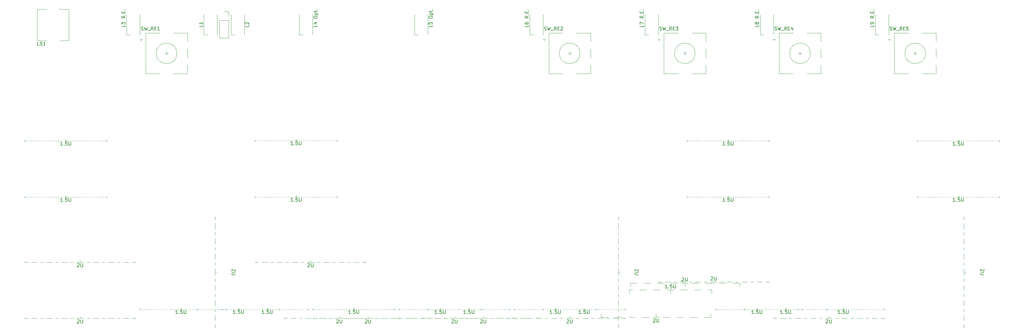
<source format=gbr>
%TF.GenerationSoftware,KiCad,Pcbnew,(5.1.9-0-10_14)*%
%TF.CreationDate,2021-02-02T05:51:32+09:00*%
%TF.ProjectId,Unison,556e6973-6f6e-42e6-9b69-6361645f7063,v01_1AU*%
%TF.SameCoordinates,Original*%
%TF.FileFunction,Legend,Top*%
%TF.FilePolarity,Positive*%
%FSLAX46Y46*%
G04 Gerber Fmt 4.6, Leading zero omitted, Abs format (unit mm)*
G04 Created by KiCad (PCBNEW (5.1.9-0-10_14)) date 2021-02-02 05:51:32*
%MOMM*%
%LPD*%
G01*
G04 APERTURE LIST*
%ADD10C,0.120000*%
%ADD11C,0.150000*%
G04 APERTURE END LIST*
D10*
%TO.C,SW_60_3*%
X200700000Y-108600000D02*
X198700000Y-108600000D01*
X185700000Y-108600000D02*
X183700000Y-108600000D01*
X189700000Y-108600000D02*
X187700000Y-108600000D01*
X193700000Y-108600000D02*
X191700000Y-108600000D01*
X197700000Y-108600000D02*
X195700000Y-108600000D01*
X203700000Y-108600000D02*
X201700000Y-108600000D01*
X207700000Y-108600000D02*
X205700000Y-108600000D01*
X211700000Y-108600000D02*
X209700000Y-108600000D01*
X215700000Y-108600000D02*
X213700000Y-108600000D01*
X215700000Y-107600000D02*
X215700000Y-108600000D01*
X183700000Y-108600000D02*
X183700000Y-107600000D01*
X199700000Y-107600000D02*
X199700000Y-108600000D01*
%TO.C,SW_75_1*%
X207100000Y-98600000D02*
X209100000Y-98600000D01*
X222100000Y-98600000D02*
X224100000Y-98600000D01*
X218100000Y-98600000D02*
X220100000Y-98600000D01*
X214100000Y-98600000D02*
X216100000Y-98600000D01*
X210100000Y-98600000D02*
X212100000Y-98600000D01*
X204100000Y-98600000D02*
X206100000Y-98600000D01*
X200100000Y-98600000D02*
X202100000Y-98600000D01*
X196100000Y-98600000D02*
X198100000Y-98600000D01*
X192100000Y-98600000D02*
X194100000Y-98600000D01*
X192100000Y-99600000D02*
X192100000Y-98600000D01*
X224100000Y-98600000D02*
X224100000Y-99600000D01*
X208100000Y-99600000D02*
X208100000Y-98600000D01*
%TO.C,SW_75_2*%
X203900000Y-101600000D02*
X203900000Y-100600000D01*
X204900000Y-100600000D02*
X202900000Y-100600000D01*
X200900000Y-100600000D02*
X198900000Y-100600000D01*
X196900000Y-100600000D02*
X194900000Y-100600000D01*
X192900000Y-100600000D02*
X191900000Y-100600000D01*
X191900000Y-101600000D02*
X191900000Y-100600000D01*
X215900000Y-101600000D02*
X215900000Y-100600000D01*
X215900000Y-100600000D02*
X214900000Y-100600000D01*
X208900000Y-100600000D02*
X206900000Y-100600000D01*
X212900000Y-100600000D02*
X210900000Y-100600000D01*
%TO.C,LS1*%
X25760000Y-18590000D02*
X25760000Y-18260000D01*
X19190000Y-18590000D02*
X21840000Y-18590000D01*
X19190000Y-27810000D02*
X19190000Y-18590000D01*
X21840000Y-27810000D02*
X19190000Y-27810000D01*
X28410000Y-27810000D02*
X25760000Y-27810000D01*
X28410000Y-18590000D02*
X28410000Y-27810000D01*
X25760000Y-18590000D02*
X28410000Y-18590000D01*
%TO.C,SW_RE1*%
X59900000Y-31500000D02*
G75*
G03*
X59900000Y-31500000I-3000000J0D01*
G01*
X58900000Y-25600000D02*
X63000000Y-25600000D01*
X63000000Y-37400000D02*
X58900000Y-37400000D01*
X54900000Y-37400000D02*
X50800000Y-37400000D01*
X54900000Y-25600000D02*
X50800000Y-25600000D01*
X50800000Y-25600000D02*
X50800000Y-37400000D01*
X49400000Y-27700000D02*
X49100000Y-27400000D01*
X49100000Y-27400000D02*
X49700000Y-27400000D01*
X49700000Y-27400000D02*
X49400000Y-27700000D01*
X63000000Y-25600000D02*
X63000000Y-28000000D01*
X63000000Y-30200000D02*
X63000000Y-32800000D01*
X63000000Y-35000000D02*
X63000000Y-37400000D01*
X56900000Y-31000000D02*
X56900000Y-32000000D01*
X56400000Y-31500000D02*
X57400000Y-31500000D01*
%TO.C,SW_RE2*%
X174000000Y-31500000D02*
X175000000Y-31500000D01*
X174500000Y-31000000D02*
X174500000Y-32000000D01*
X180600000Y-35000000D02*
X180600000Y-37400000D01*
X180600000Y-30200000D02*
X180600000Y-32800000D01*
X180600000Y-25600000D02*
X180600000Y-28000000D01*
X167300000Y-27400000D02*
X167000000Y-27700000D01*
X166700000Y-27400000D02*
X167300000Y-27400000D01*
X167000000Y-27700000D02*
X166700000Y-27400000D01*
X168400000Y-25600000D02*
X168400000Y-37400000D01*
X172500000Y-25600000D02*
X168400000Y-25600000D01*
X172500000Y-37400000D02*
X168400000Y-37400000D01*
X180600000Y-37400000D02*
X176500000Y-37400000D01*
X176500000Y-25600000D02*
X180600000Y-25600000D01*
X177500000Y-31500000D02*
G75*
G03*
X177500000Y-31500000I-3000000J0D01*
G01*
%TO.C,SW_RE3*%
X207600000Y-31500000D02*
X208600000Y-31500000D01*
X208100000Y-31000000D02*
X208100000Y-32000000D01*
X214200000Y-35000000D02*
X214200000Y-37400000D01*
X214200000Y-30200000D02*
X214200000Y-32800000D01*
X214200000Y-25600000D02*
X214200000Y-28000000D01*
X200900000Y-27400000D02*
X200600000Y-27700000D01*
X200300000Y-27400000D02*
X200900000Y-27400000D01*
X200600000Y-27700000D02*
X200300000Y-27400000D01*
X202000000Y-25600000D02*
X202000000Y-37400000D01*
X206100000Y-25600000D02*
X202000000Y-25600000D01*
X206100000Y-37400000D02*
X202000000Y-37400000D01*
X214200000Y-37400000D02*
X210100000Y-37400000D01*
X210100000Y-25600000D02*
X214200000Y-25600000D01*
X211100000Y-31500000D02*
G75*
G03*
X211100000Y-31500000I-3000000J0D01*
G01*
%TO.C,SW_RE4*%
X244700000Y-31500000D02*
G75*
G03*
X244700000Y-31500000I-3000000J0D01*
G01*
X243700000Y-25600000D02*
X247800000Y-25600000D01*
X247800000Y-37400000D02*
X243700000Y-37400000D01*
X239700000Y-37400000D02*
X235600000Y-37400000D01*
X239700000Y-25600000D02*
X235600000Y-25600000D01*
X235600000Y-25600000D02*
X235600000Y-37400000D01*
X234200000Y-27700000D02*
X233900000Y-27400000D01*
X233900000Y-27400000D02*
X234500000Y-27400000D01*
X234500000Y-27400000D02*
X234200000Y-27700000D01*
X247800000Y-25600000D02*
X247800000Y-28000000D01*
X247800000Y-30200000D02*
X247800000Y-32800000D01*
X247800000Y-35000000D02*
X247800000Y-37400000D01*
X241700000Y-31000000D02*
X241700000Y-32000000D01*
X241200000Y-31500000D02*
X242200000Y-31500000D01*
%TO.C,SW_RE5*%
X274800000Y-31500000D02*
X275800000Y-31500000D01*
X275300000Y-31000000D02*
X275300000Y-32000000D01*
X281400000Y-35000000D02*
X281400000Y-37400000D01*
X281400000Y-30200000D02*
X281400000Y-32800000D01*
X281400000Y-25600000D02*
X281400000Y-28000000D01*
X268100000Y-27400000D02*
X267800000Y-27700000D01*
X267500000Y-27400000D02*
X268100000Y-27400000D01*
X267800000Y-27700000D02*
X267500000Y-27400000D01*
X269200000Y-25600000D02*
X269200000Y-37400000D01*
X273300000Y-25600000D02*
X269200000Y-25600000D01*
X273300000Y-37400000D02*
X269200000Y-37400000D01*
X281400000Y-37400000D02*
X277300000Y-37400000D01*
X277300000Y-25600000D02*
X281400000Y-25600000D01*
X278300000Y-31500000D02*
G75*
G03*
X278300000Y-31500000I-3000000J0D01*
G01*
%TO.C,J3*%
X73700000Y-19270000D02*
X75030000Y-19270000D01*
X75030000Y-19270000D02*
X75030000Y-20600000D01*
X75030000Y-21870000D02*
X75030000Y-27010000D01*
X72370000Y-27010000D02*
X75030000Y-27010000D01*
X72370000Y-21870000D02*
X72370000Y-27010000D01*
X72370000Y-21870000D02*
X75030000Y-21870000D01*
%TO.C,L1*%
X67750000Y-26050000D02*
X68825000Y-26050000D01*
X67750000Y-20150000D02*
X67750000Y-26050000D01*
X71650000Y-20150000D02*
X71650000Y-26050000D01*
%TO.C,L2*%
X79650000Y-20150000D02*
X79650000Y-26050000D01*
X75750000Y-20150000D02*
X75750000Y-26050000D01*
X75750000Y-26050000D02*
X76825000Y-26050000D01*
%TO.C,L3*%
X45250000Y-26050000D02*
X46325000Y-26050000D01*
X45250000Y-20150000D02*
X45250000Y-26050000D01*
X49150000Y-20150000D02*
X49150000Y-26050000D01*
%TO.C,L4*%
X95650000Y-26050000D02*
X96725000Y-26050000D01*
X95650000Y-20150000D02*
X95650000Y-26050000D01*
X99550000Y-20150000D02*
X99550000Y-26050000D01*
%TO.C,L5*%
X133150000Y-20150000D02*
X133150000Y-26050000D01*
X129250000Y-20150000D02*
X129250000Y-26050000D01*
X129250000Y-26050000D02*
X130325000Y-26050000D01*
%TO.C,L6*%
X166750000Y-20150000D02*
X166750000Y-26050000D01*
X162850000Y-20150000D02*
X162850000Y-26050000D01*
X162850000Y-26050000D02*
X163925000Y-26050000D01*
%TO.C,L7*%
X196450000Y-26050000D02*
X197525000Y-26050000D01*
X196450000Y-20150000D02*
X196450000Y-26050000D01*
X200350000Y-20150000D02*
X200350000Y-26050000D01*
%TO.C,L8*%
X233950000Y-20150000D02*
X233950000Y-26050000D01*
X230050000Y-20150000D02*
X230050000Y-26050000D01*
X230050000Y-26050000D02*
X231125000Y-26050000D01*
%TO.C,L9*%
X263650000Y-26050000D02*
X264725000Y-26050000D01*
X263650000Y-20150000D02*
X263650000Y-26050000D01*
X267550000Y-20150000D02*
X267550000Y-26050000D01*
%TO.C,SW_10_2*%
X33700000Y-108900000D02*
X34500000Y-108900000D01*
X31700000Y-108400000D02*
X31700000Y-108900000D01*
X30700000Y-108900000D02*
X32700000Y-108900000D01*
X35500000Y-108900000D02*
X37100000Y-108900000D01*
X15700000Y-109100000D02*
X15700000Y-108700000D01*
X47700000Y-108700000D02*
X47700000Y-109100000D01*
X46900000Y-108900000D02*
X47700000Y-108900000D01*
X39900000Y-108900000D02*
X41500000Y-108900000D01*
X38100000Y-108900000D02*
X38900000Y-108900000D01*
X42500000Y-108900000D02*
X43300000Y-108900000D01*
X44300000Y-108900000D02*
X45900000Y-108900000D01*
X29700000Y-108900000D02*
X28900000Y-108900000D01*
X27900000Y-108900000D02*
X26300000Y-108900000D01*
X16500000Y-108900000D02*
X15700000Y-108900000D01*
X23500000Y-108900000D02*
X21900000Y-108900000D01*
X25300000Y-108900000D02*
X24500000Y-108900000D01*
X20900000Y-108900000D02*
X20100000Y-108900000D01*
X19100000Y-108900000D02*
X17500000Y-108900000D01*
%TO.C,SW_17_2*%
X15900000Y-57100000D02*
X15500000Y-57100000D01*
X16500000Y-57100000D02*
X16300000Y-57100000D01*
X19500000Y-57100000D02*
X19300000Y-57100000D01*
X18900000Y-57100000D02*
X18700000Y-57100000D01*
X18300000Y-57100000D02*
X18100000Y-57100000D01*
X20100000Y-57100000D02*
X19900000Y-57100000D01*
X17700000Y-57100000D02*
X17500000Y-57100000D01*
X17100000Y-57100000D02*
X16900000Y-57100000D01*
X23100000Y-57100000D02*
X22900000Y-57100000D01*
X22500000Y-57100000D02*
X22300000Y-57100000D01*
X21900000Y-57100000D02*
X21700000Y-57100000D01*
X24900000Y-57100000D02*
X24700000Y-57100000D01*
X25500000Y-57100000D02*
X25300000Y-57100000D01*
X26100000Y-57100000D02*
X25900000Y-57100000D01*
X26700000Y-57100000D02*
X26500000Y-57100000D01*
X23700000Y-57100000D02*
X23500000Y-57100000D01*
X21300000Y-57100000D02*
X21100000Y-57100000D01*
X20700000Y-57100000D02*
X20500000Y-57100000D01*
X24300000Y-57100000D02*
X24100000Y-57100000D01*
X39100000Y-57100000D02*
X39500000Y-57100000D01*
X38500000Y-57100000D02*
X38700000Y-57100000D01*
X35500000Y-57100000D02*
X35700000Y-57100000D01*
X36100000Y-57100000D02*
X36300000Y-57100000D01*
X36700000Y-57100000D02*
X36900000Y-57100000D01*
X34900000Y-57100000D02*
X35100000Y-57100000D01*
X37300000Y-57100000D02*
X37500000Y-57100000D01*
X37900000Y-57100000D02*
X38100000Y-57100000D01*
X31900000Y-57100000D02*
X32100000Y-57100000D01*
X32500000Y-57100000D02*
X32700000Y-57100000D01*
X33100000Y-57100000D02*
X33300000Y-57100000D01*
X31300000Y-57100000D02*
X31500000Y-57100000D01*
X33700000Y-57100000D02*
X33900000Y-57100000D01*
X34300000Y-57100000D02*
X34500000Y-57100000D01*
X30700000Y-57100000D02*
X30900000Y-57100000D01*
X30100000Y-57100000D02*
X30300000Y-57100000D01*
X29500000Y-57100000D02*
X29700000Y-57100000D01*
X28900000Y-57100000D02*
X29100000Y-57100000D01*
X28300000Y-57100000D02*
X28500000Y-57100000D01*
X27100000Y-57100000D02*
X27900000Y-57100000D01*
X39500000Y-56900000D02*
X39500000Y-57300000D01*
X15500000Y-57300000D02*
X15500000Y-56900000D01*
X27500000Y-56600000D02*
X27500000Y-57100000D01*
%TO.C,SW_18_2*%
X27500000Y-73000000D02*
X27500000Y-73500000D01*
X15500000Y-73700000D02*
X15500000Y-73300000D01*
X39500000Y-73300000D02*
X39500000Y-73700000D01*
X27100000Y-73500000D02*
X27900000Y-73500000D01*
X28300000Y-73500000D02*
X28500000Y-73500000D01*
X28900000Y-73500000D02*
X29100000Y-73500000D01*
X29500000Y-73500000D02*
X29700000Y-73500000D01*
X30100000Y-73500000D02*
X30300000Y-73500000D01*
X30700000Y-73500000D02*
X30900000Y-73500000D01*
X34300000Y-73500000D02*
X34500000Y-73500000D01*
X33700000Y-73500000D02*
X33900000Y-73500000D01*
X31300000Y-73500000D02*
X31500000Y-73500000D01*
X33100000Y-73500000D02*
X33300000Y-73500000D01*
X32500000Y-73500000D02*
X32700000Y-73500000D01*
X31900000Y-73500000D02*
X32100000Y-73500000D01*
X37900000Y-73500000D02*
X38100000Y-73500000D01*
X37300000Y-73500000D02*
X37500000Y-73500000D01*
X34900000Y-73500000D02*
X35100000Y-73500000D01*
X36700000Y-73500000D02*
X36900000Y-73500000D01*
X36100000Y-73500000D02*
X36300000Y-73500000D01*
X35500000Y-73500000D02*
X35700000Y-73500000D01*
X38500000Y-73500000D02*
X38700000Y-73500000D01*
X39100000Y-73500000D02*
X39500000Y-73500000D01*
X24300000Y-73500000D02*
X24100000Y-73500000D01*
X20700000Y-73500000D02*
X20500000Y-73500000D01*
X21300000Y-73500000D02*
X21100000Y-73500000D01*
X23700000Y-73500000D02*
X23500000Y-73500000D01*
X26700000Y-73500000D02*
X26500000Y-73500000D01*
X26100000Y-73500000D02*
X25900000Y-73500000D01*
X25500000Y-73500000D02*
X25300000Y-73500000D01*
X24900000Y-73500000D02*
X24700000Y-73500000D01*
X21900000Y-73500000D02*
X21700000Y-73500000D01*
X22500000Y-73500000D02*
X22300000Y-73500000D01*
X23100000Y-73500000D02*
X22900000Y-73500000D01*
X17100000Y-73500000D02*
X16900000Y-73500000D01*
X17700000Y-73500000D02*
X17500000Y-73500000D01*
X20100000Y-73500000D02*
X19900000Y-73500000D01*
X18300000Y-73500000D02*
X18100000Y-73500000D01*
X18900000Y-73500000D02*
X18700000Y-73500000D01*
X19500000Y-73500000D02*
X19300000Y-73500000D01*
X16500000Y-73500000D02*
X16300000Y-73500000D01*
X15900000Y-73500000D02*
X15500000Y-73500000D01*
%TO.C,SW_19_2*%
X33700000Y-92500000D02*
X34500000Y-92500000D01*
X31700000Y-92000000D02*
X31700000Y-92500000D01*
X30700000Y-92500000D02*
X32700000Y-92500000D01*
X35500000Y-92500000D02*
X37100000Y-92500000D01*
X15700000Y-92700000D02*
X15700000Y-92300000D01*
X47700000Y-92300000D02*
X47700000Y-92700000D01*
X46900000Y-92500000D02*
X47700000Y-92500000D01*
X39900000Y-92500000D02*
X41500000Y-92500000D01*
X38100000Y-92500000D02*
X38900000Y-92500000D01*
X42500000Y-92500000D02*
X43300000Y-92500000D01*
X44300000Y-92500000D02*
X45900000Y-92500000D01*
X29700000Y-92500000D02*
X28900000Y-92500000D01*
X27900000Y-92500000D02*
X26300000Y-92500000D01*
X16500000Y-92500000D02*
X15700000Y-92500000D01*
X23500000Y-92500000D02*
X21900000Y-92500000D01*
X25300000Y-92500000D02*
X24500000Y-92500000D01*
X20900000Y-92500000D02*
X20100000Y-92500000D01*
X19100000Y-92500000D02*
X17500000Y-92500000D01*
%TO.C,SW_20_2*%
X61100000Y-105800000D02*
X61100000Y-106300000D01*
X49100000Y-106500000D02*
X49100000Y-106100000D01*
X73100000Y-106100000D02*
X73100000Y-106500000D01*
X60700000Y-106300000D02*
X61500000Y-106300000D01*
X61900000Y-106300000D02*
X62100000Y-106300000D01*
X62500000Y-106300000D02*
X62700000Y-106300000D01*
X63100000Y-106300000D02*
X63300000Y-106300000D01*
X63700000Y-106300000D02*
X63900000Y-106300000D01*
X64300000Y-106300000D02*
X64500000Y-106300000D01*
X67900000Y-106300000D02*
X68100000Y-106300000D01*
X67300000Y-106300000D02*
X67500000Y-106300000D01*
X64900000Y-106300000D02*
X65100000Y-106300000D01*
X66700000Y-106300000D02*
X66900000Y-106300000D01*
X66100000Y-106300000D02*
X66300000Y-106300000D01*
X65500000Y-106300000D02*
X65700000Y-106300000D01*
X71500000Y-106300000D02*
X71700000Y-106300000D01*
X70900000Y-106300000D02*
X71100000Y-106300000D01*
X68500000Y-106300000D02*
X68700000Y-106300000D01*
X70300000Y-106300000D02*
X70500000Y-106300000D01*
X69700000Y-106300000D02*
X69900000Y-106300000D01*
X69100000Y-106300000D02*
X69300000Y-106300000D01*
X72100000Y-106300000D02*
X72300000Y-106300000D01*
X72700000Y-106300000D02*
X73100000Y-106300000D01*
X57900000Y-106300000D02*
X57700000Y-106300000D01*
X54300000Y-106300000D02*
X54100000Y-106300000D01*
X54900000Y-106300000D02*
X54700000Y-106300000D01*
X57300000Y-106300000D02*
X57100000Y-106300000D01*
X60300000Y-106300000D02*
X60100000Y-106300000D01*
X59700000Y-106300000D02*
X59500000Y-106300000D01*
X59100000Y-106300000D02*
X58900000Y-106300000D01*
X58500000Y-106300000D02*
X58300000Y-106300000D01*
X55500000Y-106300000D02*
X55300000Y-106300000D01*
X56100000Y-106300000D02*
X55900000Y-106300000D01*
X56700000Y-106300000D02*
X56500000Y-106300000D01*
X50700000Y-106300000D02*
X50500000Y-106300000D01*
X51300000Y-106300000D02*
X51100000Y-106300000D01*
X53700000Y-106300000D02*
X53500000Y-106300000D01*
X51900000Y-106300000D02*
X51700000Y-106300000D01*
X52500000Y-106300000D02*
X52300000Y-106300000D01*
X53100000Y-106300000D02*
X52900000Y-106300000D01*
X50100000Y-106300000D02*
X49900000Y-106300000D01*
X49500000Y-106300000D02*
X49100000Y-106300000D01*
%TO.C,SW_25_3*%
X77900000Y-105800000D02*
X77900000Y-106300000D01*
X65900000Y-106500000D02*
X65900000Y-106100000D01*
X89900000Y-106100000D02*
X89900000Y-106500000D01*
X77500000Y-106300000D02*
X78300000Y-106300000D01*
X78700000Y-106300000D02*
X78900000Y-106300000D01*
X79300000Y-106300000D02*
X79500000Y-106300000D01*
X79900000Y-106300000D02*
X80100000Y-106300000D01*
X80500000Y-106300000D02*
X80700000Y-106300000D01*
X81100000Y-106300000D02*
X81300000Y-106300000D01*
X84700000Y-106300000D02*
X84900000Y-106300000D01*
X84100000Y-106300000D02*
X84300000Y-106300000D01*
X81700000Y-106300000D02*
X81900000Y-106300000D01*
X83500000Y-106300000D02*
X83700000Y-106300000D01*
X82900000Y-106300000D02*
X83100000Y-106300000D01*
X82300000Y-106300000D02*
X82500000Y-106300000D01*
X88300000Y-106300000D02*
X88500000Y-106300000D01*
X87700000Y-106300000D02*
X87900000Y-106300000D01*
X85300000Y-106300000D02*
X85500000Y-106300000D01*
X87100000Y-106300000D02*
X87300000Y-106300000D01*
X86500000Y-106300000D02*
X86700000Y-106300000D01*
X85900000Y-106300000D02*
X86100000Y-106300000D01*
X88900000Y-106300000D02*
X89100000Y-106300000D01*
X89500000Y-106300000D02*
X89900000Y-106300000D01*
X74700000Y-106300000D02*
X74500000Y-106300000D01*
X71100000Y-106300000D02*
X70900000Y-106300000D01*
X71700000Y-106300000D02*
X71500000Y-106300000D01*
X74100000Y-106300000D02*
X73900000Y-106300000D01*
X77100000Y-106300000D02*
X76900000Y-106300000D01*
X76500000Y-106300000D02*
X76300000Y-106300000D01*
X75900000Y-106300000D02*
X75700000Y-106300000D01*
X75300000Y-106300000D02*
X75100000Y-106300000D01*
X72300000Y-106300000D02*
X72100000Y-106300000D01*
X72900000Y-106300000D02*
X72700000Y-106300000D01*
X73500000Y-106300000D02*
X73300000Y-106300000D01*
X67500000Y-106300000D02*
X67300000Y-106300000D01*
X68100000Y-106300000D02*
X67900000Y-106300000D01*
X70500000Y-106300000D02*
X70300000Y-106300000D01*
X68700000Y-106300000D02*
X68500000Y-106300000D01*
X69300000Y-106300000D02*
X69100000Y-106300000D01*
X69900000Y-106300000D02*
X69700000Y-106300000D01*
X66900000Y-106300000D02*
X66700000Y-106300000D01*
X66300000Y-106300000D02*
X65900000Y-106300000D01*
%TO.C,SW_30_2*%
X74700000Y-106300000D02*
X74300000Y-106300000D01*
X75300000Y-106300000D02*
X75100000Y-106300000D01*
X78300000Y-106300000D02*
X78100000Y-106300000D01*
X77700000Y-106300000D02*
X77500000Y-106300000D01*
X77100000Y-106300000D02*
X76900000Y-106300000D01*
X78900000Y-106300000D02*
X78700000Y-106300000D01*
X76500000Y-106300000D02*
X76300000Y-106300000D01*
X75900000Y-106300000D02*
X75700000Y-106300000D01*
X81900000Y-106300000D02*
X81700000Y-106300000D01*
X81300000Y-106300000D02*
X81100000Y-106300000D01*
X80700000Y-106300000D02*
X80500000Y-106300000D01*
X83700000Y-106300000D02*
X83500000Y-106300000D01*
X84300000Y-106300000D02*
X84100000Y-106300000D01*
X84900000Y-106300000D02*
X84700000Y-106300000D01*
X85500000Y-106300000D02*
X85300000Y-106300000D01*
X82500000Y-106300000D02*
X82300000Y-106300000D01*
X80100000Y-106300000D02*
X79900000Y-106300000D01*
X79500000Y-106300000D02*
X79300000Y-106300000D01*
X83100000Y-106300000D02*
X82900000Y-106300000D01*
X97900000Y-106300000D02*
X98300000Y-106300000D01*
X97300000Y-106300000D02*
X97500000Y-106300000D01*
X94300000Y-106300000D02*
X94500000Y-106300000D01*
X94900000Y-106300000D02*
X95100000Y-106300000D01*
X95500000Y-106300000D02*
X95700000Y-106300000D01*
X93700000Y-106300000D02*
X93900000Y-106300000D01*
X96100000Y-106300000D02*
X96300000Y-106300000D01*
X96700000Y-106300000D02*
X96900000Y-106300000D01*
X90700000Y-106300000D02*
X90900000Y-106300000D01*
X91300000Y-106300000D02*
X91500000Y-106300000D01*
X91900000Y-106300000D02*
X92100000Y-106300000D01*
X90100000Y-106300000D02*
X90300000Y-106300000D01*
X92500000Y-106300000D02*
X92700000Y-106300000D01*
X93100000Y-106300000D02*
X93300000Y-106300000D01*
X89500000Y-106300000D02*
X89700000Y-106300000D01*
X88900000Y-106300000D02*
X89100000Y-106300000D01*
X88300000Y-106300000D02*
X88500000Y-106300000D01*
X87700000Y-106300000D02*
X87900000Y-106300000D01*
X87100000Y-106300000D02*
X87300000Y-106300000D01*
X85900000Y-106300000D02*
X86700000Y-106300000D01*
X98300000Y-106100000D02*
X98300000Y-106500000D01*
X74300000Y-106500000D02*
X74300000Y-106100000D01*
X86300000Y-105800000D02*
X86300000Y-106300000D01*
%TO.C,SW_35_1*%
X94700000Y-108900000D02*
X93100000Y-108900000D01*
X96500000Y-108900000D02*
X95700000Y-108900000D01*
X100900000Y-108900000D02*
X100100000Y-108900000D01*
X99100000Y-108900000D02*
X97500000Y-108900000D01*
X92100000Y-108900000D02*
X91300000Y-108900000D01*
X103500000Y-108900000D02*
X101900000Y-108900000D01*
X105300000Y-108900000D02*
X104500000Y-108900000D01*
X119900000Y-108900000D02*
X121500000Y-108900000D01*
X118100000Y-108900000D02*
X118900000Y-108900000D01*
X113700000Y-108900000D02*
X114500000Y-108900000D01*
X115500000Y-108900000D02*
X117100000Y-108900000D01*
X122500000Y-108900000D02*
X123300000Y-108900000D01*
X123300000Y-108700000D02*
X123300000Y-109100000D01*
X91300000Y-109100000D02*
X91300000Y-108700000D01*
X111100000Y-108900000D02*
X112700000Y-108900000D01*
X106300000Y-108900000D02*
X108300000Y-108900000D01*
X107300000Y-108400000D02*
X107300000Y-108900000D01*
X109300000Y-108900000D02*
X110100000Y-108900000D01*
%TO.C,SW_35_2*%
X103100000Y-108900000D02*
X101500000Y-108900000D01*
X104900000Y-108900000D02*
X104100000Y-108900000D01*
X109300000Y-108900000D02*
X108500000Y-108900000D01*
X107500000Y-108900000D02*
X105900000Y-108900000D01*
X100500000Y-108900000D02*
X99700000Y-108900000D01*
X111900000Y-108900000D02*
X110300000Y-108900000D01*
X113700000Y-108900000D02*
X112900000Y-108900000D01*
X128300000Y-108900000D02*
X129900000Y-108900000D01*
X126500000Y-108900000D02*
X127300000Y-108900000D01*
X122100000Y-108900000D02*
X122900000Y-108900000D01*
X123900000Y-108900000D02*
X125500000Y-108900000D01*
X130900000Y-108900000D02*
X131700000Y-108900000D01*
X131700000Y-108700000D02*
X131700000Y-109100000D01*
X99700000Y-109100000D02*
X99700000Y-108700000D01*
X119500000Y-108900000D02*
X121100000Y-108900000D01*
X114700000Y-108900000D02*
X116700000Y-108900000D01*
X115700000Y-108400000D02*
X115700000Y-108900000D01*
X117700000Y-108900000D02*
X118500000Y-108900000D01*
%TO.C,SW_35_3*%
X99900000Y-106300000D02*
X99500000Y-106300000D01*
X100500000Y-106300000D02*
X100300000Y-106300000D01*
X103500000Y-106300000D02*
X103300000Y-106300000D01*
X102900000Y-106300000D02*
X102700000Y-106300000D01*
X102300000Y-106300000D02*
X102100000Y-106300000D01*
X104100000Y-106300000D02*
X103900000Y-106300000D01*
X101700000Y-106300000D02*
X101500000Y-106300000D01*
X101100000Y-106300000D02*
X100900000Y-106300000D01*
X107100000Y-106300000D02*
X106900000Y-106300000D01*
X106500000Y-106300000D02*
X106300000Y-106300000D01*
X105900000Y-106300000D02*
X105700000Y-106300000D01*
X108900000Y-106300000D02*
X108700000Y-106300000D01*
X109500000Y-106300000D02*
X109300000Y-106300000D01*
X110100000Y-106300000D02*
X109900000Y-106300000D01*
X110700000Y-106300000D02*
X110500000Y-106300000D01*
X107700000Y-106300000D02*
X107500000Y-106300000D01*
X105300000Y-106300000D02*
X105100000Y-106300000D01*
X104700000Y-106300000D02*
X104500000Y-106300000D01*
X108300000Y-106300000D02*
X108100000Y-106300000D01*
X123100000Y-106300000D02*
X123500000Y-106300000D01*
X122500000Y-106300000D02*
X122700000Y-106300000D01*
X119500000Y-106300000D02*
X119700000Y-106300000D01*
X120100000Y-106300000D02*
X120300000Y-106300000D01*
X120700000Y-106300000D02*
X120900000Y-106300000D01*
X118900000Y-106300000D02*
X119100000Y-106300000D01*
X121300000Y-106300000D02*
X121500000Y-106300000D01*
X121900000Y-106300000D02*
X122100000Y-106300000D01*
X115900000Y-106300000D02*
X116100000Y-106300000D01*
X116500000Y-106300000D02*
X116700000Y-106300000D01*
X117100000Y-106300000D02*
X117300000Y-106300000D01*
X115300000Y-106300000D02*
X115500000Y-106300000D01*
X117700000Y-106300000D02*
X117900000Y-106300000D01*
X118300000Y-106300000D02*
X118500000Y-106300000D01*
X114700000Y-106300000D02*
X114900000Y-106300000D01*
X114100000Y-106300000D02*
X114300000Y-106300000D01*
X113500000Y-106300000D02*
X113700000Y-106300000D01*
X112900000Y-106300000D02*
X113100000Y-106300000D01*
X112300000Y-106300000D02*
X112500000Y-106300000D01*
X111100000Y-106300000D02*
X111900000Y-106300000D01*
X123500000Y-106100000D02*
X123500000Y-106500000D01*
X99500000Y-106500000D02*
X99500000Y-106100000D01*
X111500000Y-105800000D02*
X111500000Y-106300000D01*
%TO.C,SW_38_2*%
X83100000Y-73500000D02*
X82700000Y-73500000D01*
X83700000Y-73500000D02*
X83500000Y-73500000D01*
X86700000Y-73500000D02*
X86500000Y-73500000D01*
X86100000Y-73500000D02*
X85900000Y-73500000D01*
X85500000Y-73500000D02*
X85300000Y-73500000D01*
X87300000Y-73500000D02*
X87100000Y-73500000D01*
X84900000Y-73500000D02*
X84700000Y-73500000D01*
X84300000Y-73500000D02*
X84100000Y-73500000D01*
X90300000Y-73500000D02*
X90100000Y-73500000D01*
X89700000Y-73500000D02*
X89500000Y-73500000D01*
X89100000Y-73500000D02*
X88900000Y-73500000D01*
X92100000Y-73500000D02*
X91900000Y-73500000D01*
X92700000Y-73500000D02*
X92500000Y-73500000D01*
X93300000Y-73500000D02*
X93100000Y-73500000D01*
X93900000Y-73500000D02*
X93700000Y-73500000D01*
X90900000Y-73500000D02*
X90700000Y-73500000D01*
X88500000Y-73500000D02*
X88300000Y-73500000D01*
X87900000Y-73500000D02*
X87700000Y-73500000D01*
X91500000Y-73500000D02*
X91300000Y-73500000D01*
X106300000Y-73500000D02*
X106700000Y-73500000D01*
X105700000Y-73500000D02*
X105900000Y-73500000D01*
X102700000Y-73500000D02*
X102900000Y-73500000D01*
X103300000Y-73500000D02*
X103500000Y-73500000D01*
X103900000Y-73500000D02*
X104100000Y-73500000D01*
X102100000Y-73500000D02*
X102300000Y-73500000D01*
X104500000Y-73500000D02*
X104700000Y-73500000D01*
X105100000Y-73500000D02*
X105300000Y-73500000D01*
X99100000Y-73500000D02*
X99300000Y-73500000D01*
X99700000Y-73500000D02*
X99900000Y-73500000D01*
X100300000Y-73500000D02*
X100500000Y-73500000D01*
X98500000Y-73500000D02*
X98700000Y-73500000D01*
X100900000Y-73500000D02*
X101100000Y-73500000D01*
X101500000Y-73500000D02*
X101700000Y-73500000D01*
X97900000Y-73500000D02*
X98100000Y-73500000D01*
X97300000Y-73500000D02*
X97500000Y-73500000D01*
X96700000Y-73500000D02*
X96900000Y-73500000D01*
X96100000Y-73500000D02*
X96300000Y-73500000D01*
X95500000Y-73500000D02*
X95700000Y-73500000D01*
X94300000Y-73500000D02*
X95100000Y-73500000D01*
X106700000Y-73300000D02*
X106700000Y-73700000D01*
X82700000Y-73700000D02*
X82700000Y-73300000D01*
X94700000Y-73000000D02*
X94700000Y-73500000D01*
%TO.C,SW_39_2*%
X100900000Y-92500000D02*
X101700000Y-92500000D01*
X98900000Y-92000000D02*
X98900000Y-92500000D01*
X97900000Y-92500000D02*
X99900000Y-92500000D01*
X102700000Y-92500000D02*
X104300000Y-92500000D01*
X82900000Y-92700000D02*
X82900000Y-92300000D01*
X114900000Y-92300000D02*
X114900000Y-92700000D01*
X114100000Y-92500000D02*
X114900000Y-92500000D01*
X107100000Y-92500000D02*
X108700000Y-92500000D01*
X105300000Y-92500000D02*
X106100000Y-92500000D01*
X109700000Y-92500000D02*
X110500000Y-92500000D01*
X111500000Y-92500000D02*
X113100000Y-92500000D01*
X96900000Y-92500000D02*
X96100000Y-92500000D01*
X95100000Y-92500000D02*
X93500000Y-92500000D01*
X83700000Y-92500000D02*
X82900000Y-92500000D01*
X90700000Y-92500000D02*
X89100000Y-92500000D01*
X92500000Y-92500000D02*
X91700000Y-92500000D01*
X88100000Y-92500000D02*
X87300000Y-92500000D01*
X86300000Y-92500000D02*
X84700000Y-92500000D01*
%TO.C,SW_45_1*%
X128300000Y-108900000D02*
X126700000Y-108900000D01*
X130100000Y-108900000D02*
X129300000Y-108900000D01*
X134500000Y-108900000D02*
X133700000Y-108900000D01*
X132700000Y-108900000D02*
X131100000Y-108900000D01*
X125700000Y-108900000D02*
X124900000Y-108900000D01*
X137100000Y-108900000D02*
X135500000Y-108900000D01*
X138900000Y-108900000D02*
X138100000Y-108900000D01*
X153500000Y-108900000D02*
X155100000Y-108900000D01*
X151700000Y-108900000D02*
X152500000Y-108900000D01*
X147300000Y-108900000D02*
X148100000Y-108900000D01*
X149100000Y-108900000D02*
X150700000Y-108900000D01*
X156100000Y-108900000D02*
X156900000Y-108900000D01*
X156900000Y-108700000D02*
X156900000Y-109100000D01*
X124900000Y-109100000D02*
X124900000Y-108700000D01*
X144700000Y-108900000D02*
X146300000Y-108900000D01*
X139900000Y-108900000D02*
X141900000Y-108900000D01*
X140900000Y-108400000D02*
X140900000Y-108900000D01*
X142900000Y-108900000D02*
X143700000Y-108900000D01*
%TO.C,SW_45_2*%
X136700000Y-108900000D02*
X135100000Y-108900000D01*
X138500000Y-108900000D02*
X137700000Y-108900000D01*
X142900000Y-108900000D02*
X142100000Y-108900000D01*
X141100000Y-108900000D02*
X139500000Y-108900000D01*
X134100000Y-108900000D02*
X133300000Y-108900000D01*
X145500000Y-108900000D02*
X143900000Y-108900000D01*
X147300000Y-108900000D02*
X146500000Y-108900000D01*
X161900000Y-108900000D02*
X163500000Y-108900000D01*
X160100000Y-108900000D02*
X160900000Y-108900000D01*
X155700000Y-108900000D02*
X156500000Y-108900000D01*
X157500000Y-108900000D02*
X159100000Y-108900000D01*
X164500000Y-108900000D02*
X165300000Y-108900000D01*
X165300000Y-108700000D02*
X165300000Y-109100000D01*
X133300000Y-109100000D02*
X133300000Y-108700000D01*
X153100000Y-108900000D02*
X154700000Y-108900000D01*
X148300000Y-108900000D02*
X150300000Y-108900000D01*
X149300000Y-108400000D02*
X149300000Y-108900000D01*
X151300000Y-108900000D02*
X152100000Y-108900000D01*
%TO.C,SW_45_3*%
X133500000Y-106300000D02*
X133100000Y-106300000D01*
X134100000Y-106300000D02*
X133900000Y-106300000D01*
X137100000Y-106300000D02*
X136900000Y-106300000D01*
X136500000Y-106300000D02*
X136300000Y-106300000D01*
X135900000Y-106300000D02*
X135700000Y-106300000D01*
X137700000Y-106300000D02*
X137500000Y-106300000D01*
X135300000Y-106300000D02*
X135100000Y-106300000D01*
X134700000Y-106300000D02*
X134500000Y-106300000D01*
X140700000Y-106300000D02*
X140500000Y-106300000D01*
X140100000Y-106300000D02*
X139900000Y-106300000D01*
X139500000Y-106300000D02*
X139300000Y-106300000D01*
X142500000Y-106300000D02*
X142300000Y-106300000D01*
X143100000Y-106300000D02*
X142900000Y-106300000D01*
X143700000Y-106300000D02*
X143500000Y-106300000D01*
X144300000Y-106300000D02*
X144100000Y-106300000D01*
X141300000Y-106300000D02*
X141100000Y-106300000D01*
X138900000Y-106300000D02*
X138700000Y-106300000D01*
X138300000Y-106300000D02*
X138100000Y-106300000D01*
X141900000Y-106300000D02*
X141700000Y-106300000D01*
X156700000Y-106300000D02*
X157100000Y-106300000D01*
X156100000Y-106300000D02*
X156300000Y-106300000D01*
X153100000Y-106300000D02*
X153300000Y-106300000D01*
X153700000Y-106300000D02*
X153900000Y-106300000D01*
X154300000Y-106300000D02*
X154500000Y-106300000D01*
X152500000Y-106300000D02*
X152700000Y-106300000D01*
X154900000Y-106300000D02*
X155100000Y-106300000D01*
X155500000Y-106300000D02*
X155700000Y-106300000D01*
X149500000Y-106300000D02*
X149700000Y-106300000D01*
X150100000Y-106300000D02*
X150300000Y-106300000D01*
X150700000Y-106300000D02*
X150900000Y-106300000D01*
X148900000Y-106300000D02*
X149100000Y-106300000D01*
X151300000Y-106300000D02*
X151500000Y-106300000D01*
X151900000Y-106300000D02*
X152100000Y-106300000D01*
X148300000Y-106300000D02*
X148500000Y-106300000D01*
X147700000Y-106300000D02*
X147900000Y-106300000D01*
X147100000Y-106300000D02*
X147300000Y-106300000D01*
X146500000Y-106300000D02*
X146700000Y-106300000D01*
X145900000Y-106300000D02*
X146100000Y-106300000D01*
X144700000Y-106300000D02*
X145500000Y-106300000D01*
X157100000Y-106100000D02*
X157100000Y-106500000D01*
X133100000Y-106500000D02*
X133100000Y-106100000D01*
X145100000Y-105800000D02*
X145100000Y-106300000D01*
%TO.C,SW_45_4*%
X136700000Y-105800000D02*
X136700000Y-106300000D01*
X124700000Y-106500000D02*
X124700000Y-106100000D01*
X148700000Y-106100000D02*
X148700000Y-106500000D01*
X136300000Y-106300000D02*
X137100000Y-106300000D01*
X137500000Y-106300000D02*
X137700000Y-106300000D01*
X138100000Y-106300000D02*
X138300000Y-106300000D01*
X138700000Y-106300000D02*
X138900000Y-106300000D01*
X139300000Y-106300000D02*
X139500000Y-106300000D01*
X139900000Y-106300000D02*
X140100000Y-106300000D01*
X143500000Y-106300000D02*
X143700000Y-106300000D01*
X142900000Y-106300000D02*
X143100000Y-106300000D01*
X140500000Y-106300000D02*
X140700000Y-106300000D01*
X142300000Y-106300000D02*
X142500000Y-106300000D01*
X141700000Y-106300000D02*
X141900000Y-106300000D01*
X141100000Y-106300000D02*
X141300000Y-106300000D01*
X147100000Y-106300000D02*
X147300000Y-106300000D01*
X146500000Y-106300000D02*
X146700000Y-106300000D01*
X144100000Y-106300000D02*
X144300000Y-106300000D01*
X145900000Y-106300000D02*
X146100000Y-106300000D01*
X145300000Y-106300000D02*
X145500000Y-106300000D01*
X144700000Y-106300000D02*
X144900000Y-106300000D01*
X147700000Y-106300000D02*
X147900000Y-106300000D01*
X148300000Y-106300000D02*
X148700000Y-106300000D01*
X133500000Y-106300000D02*
X133300000Y-106300000D01*
X129900000Y-106300000D02*
X129700000Y-106300000D01*
X130500000Y-106300000D02*
X130300000Y-106300000D01*
X132900000Y-106300000D02*
X132700000Y-106300000D01*
X135900000Y-106300000D02*
X135700000Y-106300000D01*
X135300000Y-106300000D02*
X135100000Y-106300000D01*
X134700000Y-106300000D02*
X134500000Y-106300000D01*
X134100000Y-106300000D02*
X133900000Y-106300000D01*
X131100000Y-106300000D02*
X130900000Y-106300000D01*
X131700000Y-106300000D02*
X131500000Y-106300000D01*
X132300000Y-106300000D02*
X132100000Y-106300000D01*
X126300000Y-106300000D02*
X126100000Y-106300000D01*
X126900000Y-106300000D02*
X126700000Y-106300000D01*
X129300000Y-106300000D02*
X129100000Y-106300000D01*
X127500000Y-106300000D02*
X127300000Y-106300000D01*
X128100000Y-106300000D02*
X127900000Y-106300000D01*
X128700000Y-106300000D02*
X128500000Y-106300000D01*
X125700000Y-106300000D02*
X125500000Y-106300000D01*
X125100000Y-106300000D02*
X124700000Y-106300000D01*
%TO.C,SW_65_1*%
X161900000Y-108900000D02*
X160300000Y-108900000D01*
X163700000Y-108900000D02*
X162900000Y-108900000D01*
X168100000Y-108900000D02*
X167300000Y-108900000D01*
X166300000Y-108900000D02*
X164700000Y-108900000D01*
X159300000Y-108900000D02*
X158500000Y-108900000D01*
X170700000Y-108900000D02*
X169100000Y-108900000D01*
X172500000Y-108900000D02*
X171700000Y-108900000D01*
X187100000Y-108900000D02*
X188700000Y-108900000D01*
X185300000Y-108900000D02*
X186100000Y-108900000D01*
X180900000Y-108900000D02*
X181700000Y-108900000D01*
X182700000Y-108900000D02*
X184300000Y-108900000D01*
X189700000Y-108900000D02*
X190500000Y-108900000D01*
X190500000Y-108700000D02*
X190500000Y-109100000D01*
X158500000Y-109100000D02*
X158500000Y-108700000D01*
X178300000Y-108900000D02*
X179900000Y-108900000D01*
X173500000Y-108900000D02*
X175500000Y-108900000D01*
X174500000Y-108400000D02*
X174500000Y-108900000D01*
X176500000Y-108900000D02*
X177300000Y-108900000D01*
%TO.C,SW_65_2*%
X167100000Y-106300000D02*
X166700000Y-106300000D01*
X167700000Y-106300000D02*
X167500000Y-106300000D01*
X170700000Y-106300000D02*
X170500000Y-106300000D01*
X170100000Y-106300000D02*
X169900000Y-106300000D01*
X169500000Y-106300000D02*
X169300000Y-106300000D01*
X171300000Y-106300000D02*
X171100000Y-106300000D01*
X168900000Y-106300000D02*
X168700000Y-106300000D01*
X168300000Y-106300000D02*
X168100000Y-106300000D01*
X174300000Y-106300000D02*
X174100000Y-106300000D01*
X173700000Y-106300000D02*
X173500000Y-106300000D01*
X173100000Y-106300000D02*
X172900000Y-106300000D01*
X176100000Y-106300000D02*
X175900000Y-106300000D01*
X176700000Y-106300000D02*
X176500000Y-106300000D01*
X177300000Y-106300000D02*
X177100000Y-106300000D01*
X177900000Y-106300000D02*
X177700000Y-106300000D01*
X174900000Y-106300000D02*
X174700000Y-106300000D01*
X172500000Y-106300000D02*
X172300000Y-106300000D01*
X171900000Y-106300000D02*
X171700000Y-106300000D01*
X175500000Y-106300000D02*
X175300000Y-106300000D01*
X190300000Y-106300000D02*
X190700000Y-106300000D01*
X189700000Y-106300000D02*
X189900000Y-106300000D01*
X186700000Y-106300000D02*
X186900000Y-106300000D01*
X187300000Y-106300000D02*
X187500000Y-106300000D01*
X187900000Y-106300000D02*
X188100000Y-106300000D01*
X186100000Y-106300000D02*
X186300000Y-106300000D01*
X188500000Y-106300000D02*
X188700000Y-106300000D01*
X189100000Y-106300000D02*
X189300000Y-106300000D01*
X183100000Y-106300000D02*
X183300000Y-106300000D01*
X183700000Y-106300000D02*
X183900000Y-106300000D01*
X184300000Y-106300000D02*
X184500000Y-106300000D01*
X182500000Y-106300000D02*
X182700000Y-106300000D01*
X184900000Y-106300000D02*
X185100000Y-106300000D01*
X185500000Y-106300000D02*
X185700000Y-106300000D01*
X181900000Y-106300000D02*
X182100000Y-106300000D01*
X181300000Y-106300000D02*
X181500000Y-106300000D01*
X180700000Y-106300000D02*
X180900000Y-106300000D01*
X180100000Y-106300000D02*
X180300000Y-106300000D01*
X179500000Y-106300000D02*
X179700000Y-106300000D01*
X178300000Y-106300000D02*
X179100000Y-106300000D01*
X190700000Y-106100000D02*
X190700000Y-106500000D01*
X166700000Y-106500000D02*
X166700000Y-106100000D01*
X178700000Y-105800000D02*
X178700000Y-106300000D01*
%TO.C,SW_65_3*%
X170300000Y-105800000D02*
X170300000Y-106300000D01*
X158300000Y-106500000D02*
X158300000Y-106100000D01*
X182300000Y-106100000D02*
X182300000Y-106500000D01*
X169900000Y-106300000D02*
X170700000Y-106300000D01*
X171100000Y-106300000D02*
X171300000Y-106300000D01*
X171700000Y-106300000D02*
X171900000Y-106300000D01*
X172300000Y-106300000D02*
X172500000Y-106300000D01*
X172900000Y-106300000D02*
X173100000Y-106300000D01*
X173500000Y-106300000D02*
X173700000Y-106300000D01*
X177100000Y-106300000D02*
X177300000Y-106300000D01*
X176500000Y-106300000D02*
X176700000Y-106300000D01*
X174100000Y-106300000D02*
X174300000Y-106300000D01*
X175900000Y-106300000D02*
X176100000Y-106300000D01*
X175300000Y-106300000D02*
X175500000Y-106300000D01*
X174700000Y-106300000D02*
X174900000Y-106300000D01*
X180700000Y-106300000D02*
X180900000Y-106300000D01*
X180100000Y-106300000D02*
X180300000Y-106300000D01*
X177700000Y-106300000D02*
X177900000Y-106300000D01*
X179500000Y-106300000D02*
X179700000Y-106300000D01*
X178900000Y-106300000D02*
X179100000Y-106300000D01*
X178300000Y-106300000D02*
X178500000Y-106300000D01*
X181300000Y-106300000D02*
X181500000Y-106300000D01*
X181900000Y-106300000D02*
X182300000Y-106300000D01*
X167100000Y-106300000D02*
X166900000Y-106300000D01*
X163500000Y-106300000D02*
X163300000Y-106300000D01*
X164100000Y-106300000D02*
X163900000Y-106300000D01*
X166500000Y-106300000D02*
X166300000Y-106300000D01*
X169500000Y-106300000D02*
X169300000Y-106300000D01*
X168900000Y-106300000D02*
X168700000Y-106300000D01*
X168300000Y-106300000D02*
X168100000Y-106300000D01*
X167700000Y-106300000D02*
X167500000Y-106300000D01*
X164700000Y-106300000D02*
X164500000Y-106300000D01*
X165300000Y-106300000D02*
X165100000Y-106300000D01*
X165900000Y-106300000D02*
X165700000Y-106300000D01*
X159900000Y-106300000D02*
X159700000Y-106300000D01*
X160500000Y-106300000D02*
X160300000Y-106300000D01*
X162900000Y-106300000D02*
X162700000Y-106300000D01*
X161100000Y-106300000D02*
X160900000Y-106300000D01*
X161700000Y-106300000D02*
X161500000Y-106300000D01*
X162300000Y-106300000D02*
X162100000Y-106300000D01*
X159300000Y-106300000D02*
X159100000Y-106300000D01*
X158700000Y-106300000D02*
X158300000Y-106300000D01*
%TO.C,SW_70_2*%
X217500000Y-106300000D02*
X217100000Y-106300000D01*
X218100000Y-106300000D02*
X217900000Y-106300000D01*
X221100000Y-106300000D02*
X220900000Y-106300000D01*
X220500000Y-106300000D02*
X220300000Y-106300000D01*
X219900000Y-106300000D02*
X219700000Y-106300000D01*
X221700000Y-106300000D02*
X221500000Y-106300000D01*
X219300000Y-106300000D02*
X219100000Y-106300000D01*
X218700000Y-106300000D02*
X218500000Y-106300000D01*
X224700000Y-106300000D02*
X224500000Y-106300000D01*
X224100000Y-106300000D02*
X223900000Y-106300000D01*
X223500000Y-106300000D02*
X223300000Y-106300000D01*
X226500000Y-106300000D02*
X226300000Y-106300000D01*
X227100000Y-106300000D02*
X226900000Y-106300000D01*
X227700000Y-106300000D02*
X227500000Y-106300000D01*
X228300000Y-106300000D02*
X228100000Y-106300000D01*
X225300000Y-106300000D02*
X225100000Y-106300000D01*
X222900000Y-106300000D02*
X222700000Y-106300000D01*
X222300000Y-106300000D02*
X222100000Y-106300000D01*
X225900000Y-106300000D02*
X225700000Y-106300000D01*
X240700000Y-106300000D02*
X241100000Y-106300000D01*
X240100000Y-106300000D02*
X240300000Y-106300000D01*
X237100000Y-106300000D02*
X237300000Y-106300000D01*
X237700000Y-106300000D02*
X237900000Y-106300000D01*
X238300000Y-106300000D02*
X238500000Y-106300000D01*
X236500000Y-106300000D02*
X236700000Y-106300000D01*
X238900000Y-106300000D02*
X239100000Y-106300000D01*
X239500000Y-106300000D02*
X239700000Y-106300000D01*
X233500000Y-106300000D02*
X233700000Y-106300000D01*
X234100000Y-106300000D02*
X234300000Y-106300000D01*
X234700000Y-106300000D02*
X234900000Y-106300000D01*
X232900000Y-106300000D02*
X233100000Y-106300000D01*
X235300000Y-106300000D02*
X235500000Y-106300000D01*
X235900000Y-106300000D02*
X236100000Y-106300000D01*
X232300000Y-106300000D02*
X232500000Y-106300000D01*
X231700000Y-106300000D02*
X231900000Y-106300000D01*
X231100000Y-106300000D02*
X231300000Y-106300000D01*
X230500000Y-106300000D02*
X230700000Y-106300000D01*
X229900000Y-106300000D02*
X230100000Y-106300000D01*
X228700000Y-106300000D02*
X229500000Y-106300000D01*
X241100000Y-106100000D02*
X241100000Y-106500000D01*
X217100000Y-106500000D02*
X217100000Y-106100000D01*
X229100000Y-105800000D02*
X229100000Y-106300000D01*
%TO.C,SW_72_2*%
X220700000Y-56600000D02*
X220700000Y-57100000D01*
X208700000Y-57300000D02*
X208700000Y-56900000D01*
X232700000Y-56900000D02*
X232700000Y-57300000D01*
X220300000Y-57100000D02*
X221100000Y-57100000D01*
X221500000Y-57100000D02*
X221700000Y-57100000D01*
X222100000Y-57100000D02*
X222300000Y-57100000D01*
X222700000Y-57100000D02*
X222900000Y-57100000D01*
X223300000Y-57100000D02*
X223500000Y-57100000D01*
X223900000Y-57100000D02*
X224100000Y-57100000D01*
X227500000Y-57100000D02*
X227700000Y-57100000D01*
X226900000Y-57100000D02*
X227100000Y-57100000D01*
X224500000Y-57100000D02*
X224700000Y-57100000D01*
X226300000Y-57100000D02*
X226500000Y-57100000D01*
X225700000Y-57100000D02*
X225900000Y-57100000D01*
X225100000Y-57100000D02*
X225300000Y-57100000D01*
X231100000Y-57100000D02*
X231300000Y-57100000D01*
X230500000Y-57100000D02*
X230700000Y-57100000D01*
X228100000Y-57100000D02*
X228300000Y-57100000D01*
X229900000Y-57100000D02*
X230100000Y-57100000D01*
X229300000Y-57100000D02*
X229500000Y-57100000D01*
X228700000Y-57100000D02*
X228900000Y-57100000D01*
X231700000Y-57100000D02*
X231900000Y-57100000D01*
X232300000Y-57100000D02*
X232700000Y-57100000D01*
X217500000Y-57100000D02*
X217300000Y-57100000D01*
X213900000Y-57100000D02*
X213700000Y-57100000D01*
X214500000Y-57100000D02*
X214300000Y-57100000D01*
X216900000Y-57100000D02*
X216700000Y-57100000D01*
X219900000Y-57100000D02*
X219700000Y-57100000D01*
X219300000Y-57100000D02*
X219100000Y-57100000D01*
X218700000Y-57100000D02*
X218500000Y-57100000D01*
X218100000Y-57100000D02*
X217900000Y-57100000D01*
X215100000Y-57100000D02*
X214900000Y-57100000D01*
X215700000Y-57100000D02*
X215500000Y-57100000D01*
X216300000Y-57100000D02*
X216100000Y-57100000D01*
X210300000Y-57100000D02*
X210100000Y-57100000D01*
X210900000Y-57100000D02*
X210700000Y-57100000D01*
X213300000Y-57100000D02*
X213100000Y-57100000D01*
X211500000Y-57100000D02*
X211300000Y-57100000D01*
X212100000Y-57100000D02*
X211900000Y-57100000D01*
X212700000Y-57100000D02*
X212500000Y-57100000D01*
X209700000Y-57100000D02*
X209500000Y-57100000D01*
X209100000Y-57100000D02*
X208700000Y-57100000D01*
%TO.C,SW_73_2*%
X220700000Y-73000000D02*
X220700000Y-73500000D01*
X208700000Y-73700000D02*
X208700000Y-73300000D01*
X232700000Y-73300000D02*
X232700000Y-73700000D01*
X220300000Y-73500000D02*
X221100000Y-73500000D01*
X221500000Y-73500000D02*
X221700000Y-73500000D01*
X222100000Y-73500000D02*
X222300000Y-73500000D01*
X222700000Y-73500000D02*
X222900000Y-73500000D01*
X223300000Y-73500000D02*
X223500000Y-73500000D01*
X223900000Y-73500000D02*
X224100000Y-73500000D01*
X227500000Y-73500000D02*
X227700000Y-73500000D01*
X226900000Y-73500000D02*
X227100000Y-73500000D01*
X224500000Y-73500000D02*
X224700000Y-73500000D01*
X226300000Y-73500000D02*
X226500000Y-73500000D01*
X225700000Y-73500000D02*
X225900000Y-73500000D01*
X225100000Y-73500000D02*
X225300000Y-73500000D01*
X231100000Y-73500000D02*
X231300000Y-73500000D01*
X230500000Y-73500000D02*
X230700000Y-73500000D01*
X228100000Y-73500000D02*
X228300000Y-73500000D01*
X229900000Y-73500000D02*
X230100000Y-73500000D01*
X229300000Y-73500000D02*
X229500000Y-73500000D01*
X228700000Y-73500000D02*
X228900000Y-73500000D01*
X231700000Y-73500000D02*
X231900000Y-73500000D01*
X232300000Y-73500000D02*
X232700000Y-73500000D01*
X217500000Y-73500000D02*
X217300000Y-73500000D01*
X213900000Y-73500000D02*
X213700000Y-73500000D01*
X214500000Y-73500000D02*
X214300000Y-73500000D01*
X216900000Y-73500000D02*
X216700000Y-73500000D01*
X219900000Y-73500000D02*
X219700000Y-73500000D01*
X219300000Y-73500000D02*
X219100000Y-73500000D01*
X218700000Y-73500000D02*
X218500000Y-73500000D01*
X218100000Y-73500000D02*
X217900000Y-73500000D01*
X215100000Y-73500000D02*
X214900000Y-73500000D01*
X215700000Y-73500000D02*
X215500000Y-73500000D01*
X216300000Y-73500000D02*
X216100000Y-73500000D01*
X210300000Y-73500000D02*
X210100000Y-73500000D01*
X210900000Y-73500000D02*
X210700000Y-73500000D01*
X213300000Y-73500000D02*
X213100000Y-73500000D01*
X211500000Y-73500000D02*
X211300000Y-73500000D01*
X212100000Y-73500000D02*
X211900000Y-73500000D01*
X212700000Y-73500000D02*
X212500000Y-73500000D01*
X209700000Y-73500000D02*
X209500000Y-73500000D01*
X209100000Y-73500000D02*
X208700000Y-73500000D01*
%TO.C,SW_75_3*%
X214500000Y-98300000D02*
X213700000Y-98300000D01*
X216500000Y-98800000D02*
X216500000Y-98300000D01*
X217500000Y-98300000D02*
X215500000Y-98300000D01*
X212700000Y-98300000D02*
X211100000Y-98300000D01*
X232500000Y-98100000D02*
X232500000Y-98500000D01*
X200500000Y-98500000D02*
X200500000Y-98100000D01*
X201300000Y-98300000D02*
X200500000Y-98300000D01*
X208300000Y-98300000D02*
X206700000Y-98300000D01*
X210100000Y-98300000D02*
X209300000Y-98300000D01*
X205700000Y-98300000D02*
X204900000Y-98300000D01*
X203900000Y-98300000D02*
X202300000Y-98300000D01*
X218500000Y-98300000D02*
X219300000Y-98300000D01*
X220300000Y-98300000D02*
X221900000Y-98300000D01*
X231700000Y-98300000D02*
X232500000Y-98300000D01*
X224700000Y-98300000D02*
X226300000Y-98300000D01*
X222900000Y-98300000D02*
X223700000Y-98300000D01*
X227300000Y-98300000D02*
X228100000Y-98300000D01*
X229100000Y-98300000D02*
X230700000Y-98300000D01*
%TO.C,SW_7_2*%
X276300000Y-57100000D02*
X275900000Y-57100000D01*
X276900000Y-57100000D02*
X276700000Y-57100000D01*
X279900000Y-57100000D02*
X279700000Y-57100000D01*
X279300000Y-57100000D02*
X279100000Y-57100000D01*
X278700000Y-57100000D02*
X278500000Y-57100000D01*
X280500000Y-57100000D02*
X280300000Y-57100000D01*
X278100000Y-57100000D02*
X277900000Y-57100000D01*
X277500000Y-57100000D02*
X277300000Y-57100000D01*
X283500000Y-57100000D02*
X283300000Y-57100000D01*
X282900000Y-57100000D02*
X282700000Y-57100000D01*
X282300000Y-57100000D02*
X282100000Y-57100000D01*
X285300000Y-57100000D02*
X285100000Y-57100000D01*
X285900000Y-57100000D02*
X285700000Y-57100000D01*
X286500000Y-57100000D02*
X286300000Y-57100000D01*
X287100000Y-57100000D02*
X286900000Y-57100000D01*
X284100000Y-57100000D02*
X283900000Y-57100000D01*
X281700000Y-57100000D02*
X281500000Y-57100000D01*
X281100000Y-57100000D02*
X280900000Y-57100000D01*
X284700000Y-57100000D02*
X284500000Y-57100000D01*
X299500000Y-57100000D02*
X299900000Y-57100000D01*
X298900000Y-57100000D02*
X299100000Y-57100000D01*
X295900000Y-57100000D02*
X296100000Y-57100000D01*
X296500000Y-57100000D02*
X296700000Y-57100000D01*
X297100000Y-57100000D02*
X297300000Y-57100000D01*
X295300000Y-57100000D02*
X295500000Y-57100000D01*
X297700000Y-57100000D02*
X297900000Y-57100000D01*
X298300000Y-57100000D02*
X298500000Y-57100000D01*
X292300000Y-57100000D02*
X292500000Y-57100000D01*
X292900000Y-57100000D02*
X293100000Y-57100000D01*
X293500000Y-57100000D02*
X293700000Y-57100000D01*
X291700000Y-57100000D02*
X291900000Y-57100000D01*
X294100000Y-57100000D02*
X294300000Y-57100000D01*
X294700000Y-57100000D02*
X294900000Y-57100000D01*
X291100000Y-57100000D02*
X291300000Y-57100000D01*
X290500000Y-57100000D02*
X290700000Y-57100000D01*
X289900000Y-57100000D02*
X290100000Y-57100000D01*
X289300000Y-57100000D02*
X289500000Y-57100000D01*
X288700000Y-57100000D02*
X288900000Y-57100000D01*
X287500000Y-57100000D02*
X288300000Y-57100000D01*
X299900000Y-56900000D02*
X299900000Y-57300000D01*
X275900000Y-57300000D02*
X275900000Y-56900000D01*
X287900000Y-56600000D02*
X287900000Y-57100000D01*
%TO.C,SW_80_2*%
X254300000Y-105800000D02*
X254300000Y-106300000D01*
X242300000Y-106500000D02*
X242300000Y-106100000D01*
X266300000Y-106100000D02*
X266300000Y-106500000D01*
X253900000Y-106300000D02*
X254700000Y-106300000D01*
X255100000Y-106300000D02*
X255300000Y-106300000D01*
X255700000Y-106300000D02*
X255900000Y-106300000D01*
X256300000Y-106300000D02*
X256500000Y-106300000D01*
X256900000Y-106300000D02*
X257100000Y-106300000D01*
X257500000Y-106300000D02*
X257700000Y-106300000D01*
X261100000Y-106300000D02*
X261300000Y-106300000D01*
X260500000Y-106300000D02*
X260700000Y-106300000D01*
X258100000Y-106300000D02*
X258300000Y-106300000D01*
X259900000Y-106300000D02*
X260100000Y-106300000D01*
X259300000Y-106300000D02*
X259500000Y-106300000D01*
X258700000Y-106300000D02*
X258900000Y-106300000D01*
X264700000Y-106300000D02*
X264900000Y-106300000D01*
X264100000Y-106300000D02*
X264300000Y-106300000D01*
X261700000Y-106300000D02*
X261900000Y-106300000D01*
X263500000Y-106300000D02*
X263700000Y-106300000D01*
X262900000Y-106300000D02*
X263100000Y-106300000D01*
X262300000Y-106300000D02*
X262500000Y-106300000D01*
X265300000Y-106300000D02*
X265500000Y-106300000D01*
X265900000Y-106300000D02*
X266300000Y-106300000D01*
X251100000Y-106300000D02*
X250900000Y-106300000D01*
X247500000Y-106300000D02*
X247300000Y-106300000D01*
X248100000Y-106300000D02*
X247900000Y-106300000D01*
X250500000Y-106300000D02*
X250300000Y-106300000D01*
X253500000Y-106300000D02*
X253300000Y-106300000D01*
X252900000Y-106300000D02*
X252700000Y-106300000D01*
X252300000Y-106300000D02*
X252100000Y-106300000D01*
X251700000Y-106300000D02*
X251500000Y-106300000D01*
X248700000Y-106300000D02*
X248500000Y-106300000D01*
X249300000Y-106300000D02*
X249100000Y-106300000D01*
X249900000Y-106300000D02*
X249700000Y-106300000D01*
X243900000Y-106300000D02*
X243700000Y-106300000D01*
X244500000Y-106300000D02*
X244300000Y-106300000D01*
X246900000Y-106300000D02*
X246700000Y-106300000D01*
X245100000Y-106300000D02*
X244900000Y-106300000D01*
X245700000Y-106300000D02*
X245500000Y-106300000D01*
X246300000Y-106300000D02*
X246100000Y-106300000D01*
X243300000Y-106300000D02*
X243100000Y-106300000D01*
X242700000Y-106300000D02*
X242300000Y-106300000D01*
%TO.C,SW_85_2*%
X252100000Y-108900000D02*
X252900000Y-108900000D01*
X250100000Y-108400000D02*
X250100000Y-108900000D01*
X249100000Y-108900000D02*
X251100000Y-108900000D01*
X253900000Y-108900000D02*
X255500000Y-108900000D01*
X234100000Y-109100000D02*
X234100000Y-108700000D01*
X266100000Y-108700000D02*
X266100000Y-109100000D01*
X265300000Y-108900000D02*
X266100000Y-108900000D01*
X258300000Y-108900000D02*
X259900000Y-108900000D01*
X256500000Y-108900000D02*
X257300000Y-108900000D01*
X260900000Y-108900000D02*
X261700000Y-108900000D01*
X262700000Y-108900000D02*
X264300000Y-108900000D01*
X248100000Y-108900000D02*
X247300000Y-108900000D01*
X246300000Y-108900000D02*
X244700000Y-108900000D01*
X234900000Y-108900000D02*
X234100000Y-108900000D01*
X241900000Y-108900000D02*
X240300000Y-108900000D01*
X243700000Y-108900000D02*
X242900000Y-108900000D01*
X239300000Y-108900000D02*
X238500000Y-108900000D01*
X237500000Y-108900000D02*
X235900000Y-108900000D01*
%TO.C,SW_85_3*%
X225900000Y-106300000D02*
X225500000Y-106300000D01*
X226500000Y-106300000D02*
X226300000Y-106300000D01*
X229500000Y-106300000D02*
X229300000Y-106300000D01*
X228900000Y-106300000D02*
X228700000Y-106300000D01*
X228300000Y-106300000D02*
X228100000Y-106300000D01*
X230100000Y-106300000D02*
X229900000Y-106300000D01*
X227700000Y-106300000D02*
X227500000Y-106300000D01*
X227100000Y-106300000D02*
X226900000Y-106300000D01*
X233100000Y-106300000D02*
X232900000Y-106300000D01*
X232500000Y-106300000D02*
X232300000Y-106300000D01*
X231900000Y-106300000D02*
X231700000Y-106300000D01*
X234900000Y-106300000D02*
X234700000Y-106300000D01*
X235500000Y-106300000D02*
X235300000Y-106300000D01*
X236100000Y-106300000D02*
X235900000Y-106300000D01*
X236700000Y-106300000D02*
X236500000Y-106300000D01*
X233700000Y-106300000D02*
X233500000Y-106300000D01*
X231300000Y-106300000D02*
X231100000Y-106300000D01*
X230700000Y-106300000D02*
X230500000Y-106300000D01*
X234300000Y-106300000D02*
X234100000Y-106300000D01*
X249100000Y-106300000D02*
X249500000Y-106300000D01*
X248500000Y-106300000D02*
X248700000Y-106300000D01*
X245500000Y-106300000D02*
X245700000Y-106300000D01*
X246100000Y-106300000D02*
X246300000Y-106300000D01*
X246700000Y-106300000D02*
X246900000Y-106300000D01*
X244900000Y-106300000D02*
X245100000Y-106300000D01*
X247300000Y-106300000D02*
X247500000Y-106300000D01*
X247900000Y-106300000D02*
X248100000Y-106300000D01*
X241900000Y-106300000D02*
X242100000Y-106300000D01*
X242500000Y-106300000D02*
X242700000Y-106300000D01*
X243100000Y-106300000D02*
X243300000Y-106300000D01*
X241300000Y-106300000D02*
X241500000Y-106300000D01*
X243700000Y-106300000D02*
X243900000Y-106300000D01*
X244300000Y-106300000D02*
X244500000Y-106300000D01*
X240700000Y-106300000D02*
X240900000Y-106300000D01*
X240100000Y-106300000D02*
X240300000Y-106300000D01*
X239500000Y-106300000D02*
X239700000Y-106300000D01*
X238900000Y-106300000D02*
X239100000Y-106300000D01*
X238300000Y-106300000D02*
X238500000Y-106300000D01*
X237100000Y-106300000D02*
X237900000Y-106300000D01*
X249500000Y-106100000D02*
X249500000Y-106500000D01*
X225500000Y-106500000D02*
X225500000Y-106100000D01*
X237500000Y-105800000D02*
X237500000Y-106300000D01*
%TO.C,SW_8_2*%
X287900000Y-73000000D02*
X287900000Y-73500000D01*
X275900000Y-73700000D02*
X275900000Y-73300000D01*
X299900000Y-73300000D02*
X299900000Y-73700000D01*
X287500000Y-73500000D02*
X288300000Y-73500000D01*
X288700000Y-73500000D02*
X288900000Y-73500000D01*
X289300000Y-73500000D02*
X289500000Y-73500000D01*
X289900000Y-73500000D02*
X290100000Y-73500000D01*
X290500000Y-73500000D02*
X290700000Y-73500000D01*
X291100000Y-73500000D02*
X291300000Y-73500000D01*
X294700000Y-73500000D02*
X294900000Y-73500000D01*
X294100000Y-73500000D02*
X294300000Y-73500000D01*
X291700000Y-73500000D02*
X291900000Y-73500000D01*
X293500000Y-73500000D02*
X293700000Y-73500000D01*
X292900000Y-73500000D02*
X293100000Y-73500000D01*
X292300000Y-73500000D02*
X292500000Y-73500000D01*
X298300000Y-73500000D02*
X298500000Y-73500000D01*
X297700000Y-73500000D02*
X297900000Y-73500000D01*
X295300000Y-73500000D02*
X295500000Y-73500000D01*
X297100000Y-73500000D02*
X297300000Y-73500000D01*
X296500000Y-73500000D02*
X296700000Y-73500000D01*
X295900000Y-73500000D02*
X296100000Y-73500000D01*
X298900000Y-73500000D02*
X299100000Y-73500000D01*
X299500000Y-73500000D02*
X299900000Y-73500000D01*
X284700000Y-73500000D02*
X284500000Y-73500000D01*
X281100000Y-73500000D02*
X280900000Y-73500000D01*
X281700000Y-73500000D02*
X281500000Y-73500000D01*
X284100000Y-73500000D02*
X283900000Y-73500000D01*
X287100000Y-73500000D02*
X286900000Y-73500000D01*
X286500000Y-73500000D02*
X286300000Y-73500000D01*
X285900000Y-73500000D02*
X285700000Y-73500000D01*
X285300000Y-73500000D02*
X285100000Y-73500000D01*
X282300000Y-73500000D02*
X282100000Y-73500000D01*
X282900000Y-73500000D02*
X282700000Y-73500000D01*
X283500000Y-73500000D02*
X283300000Y-73500000D01*
X277500000Y-73500000D02*
X277300000Y-73500000D01*
X278100000Y-73500000D02*
X277900000Y-73500000D01*
X280500000Y-73500000D02*
X280300000Y-73500000D01*
X278700000Y-73500000D02*
X278500000Y-73500000D01*
X279300000Y-73500000D02*
X279100000Y-73500000D01*
X279900000Y-73500000D02*
X279700000Y-73500000D01*
X276900000Y-73500000D02*
X276700000Y-73500000D01*
X276300000Y-73500000D02*
X275900000Y-73500000D01*
%TO.C,SW_25_2*%
X71100000Y-97400000D02*
X71100000Y-98200000D01*
X71600000Y-95400000D02*
X71100000Y-95400000D01*
X71100000Y-94400000D02*
X71100000Y-96400000D01*
X71100000Y-106200000D02*
X71100000Y-107000000D01*
X71100000Y-108000000D02*
X71100000Y-109600000D01*
X71100000Y-93400000D02*
X71100000Y-92600000D01*
X71100000Y-91600000D02*
X71100000Y-90000000D01*
X71100000Y-80200000D02*
X71100000Y-79400000D01*
X71100000Y-87200000D02*
X71100000Y-85600000D01*
X71100000Y-89000000D02*
X71100000Y-88200000D01*
X71100000Y-84600000D02*
X71100000Y-83800000D01*
X71100000Y-82800000D02*
X71100000Y-81200000D01*
X71100000Y-99200000D02*
X71100000Y-100800000D01*
X70900000Y-79400000D02*
X71300000Y-79400000D01*
X71300000Y-111400000D02*
X70900000Y-111400000D01*
X71100000Y-110600000D02*
X71100000Y-111400000D01*
X71100000Y-103600000D02*
X71100000Y-105200000D01*
X71100000Y-101800000D02*
X71100000Y-102600000D01*
%TO.C,SW_37_2*%
X94700000Y-56500000D02*
X94700000Y-57000000D01*
X82700000Y-57200000D02*
X82700000Y-56800000D01*
X106700000Y-56800000D02*
X106700000Y-57200000D01*
X94300000Y-57000000D02*
X95100000Y-57000000D01*
X95500000Y-57000000D02*
X95700000Y-57000000D01*
X96100000Y-57000000D02*
X96300000Y-57000000D01*
X96700000Y-57000000D02*
X96900000Y-57000000D01*
X97300000Y-57000000D02*
X97500000Y-57000000D01*
X97900000Y-57000000D02*
X98100000Y-57000000D01*
X101500000Y-57000000D02*
X101700000Y-57000000D01*
X100900000Y-57000000D02*
X101100000Y-57000000D01*
X98500000Y-57000000D02*
X98700000Y-57000000D01*
X100300000Y-57000000D02*
X100500000Y-57000000D01*
X99700000Y-57000000D02*
X99900000Y-57000000D01*
X99100000Y-57000000D02*
X99300000Y-57000000D01*
X105100000Y-57000000D02*
X105300000Y-57000000D01*
X104500000Y-57000000D02*
X104700000Y-57000000D01*
X102100000Y-57000000D02*
X102300000Y-57000000D01*
X103900000Y-57000000D02*
X104100000Y-57000000D01*
X103300000Y-57000000D02*
X103500000Y-57000000D01*
X102700000Y-57000000D02*
X102900000Y-57000000D01*
X105700000Y-57000000D02*
X105900000Y-57000000D01*
X106300000Y-57000000D02*
X106700000Y-57000000D01*
X91500000Y-57000000D02*
X91300000Y-57000000D01*
X87900000Y-57000000D02*
X87700000Y-57000000D01*
X88500000Y-57000000D02*
X88300000Y-57000000D01*
X90900000Y-57000000D02*
X90700000Y-57000000D01*
X93900000Y-57000000D02*
X93700000Y-57000000D01*
X93300000Y-57000000D02*
X93100000Y-57000000D01*
X92700000Y-57000000D02*
X92500000Y-57000000D01*
X92100000Y-57000000D02*
X91900000Y-57000000D01*
X89100000Y-57000000D02*
X88900000Y-57000000D01*
X89700000Y-57000000D02*
X89500000Y-57000000D01*
X90300000Y-57000000D02*
X90100000Y-57000000D01*
X84300000Y-57000000D02*
X84100000Y-57000000D01*
X84900000Y-57000000D02*
X84700000Y-57000000D01*
X87300000Y-57000000D02*
X87100000Y-57000000D01*
X85500000Y-57000000D02*
X85300000Y-57000000D01*
X86100000Y-57000000D02*
X85900000Y-57000000D01*
X86700000Y-57000000D02*
X86500000Y-57000000D01*
X83700000Y-57000000D02*
X83500000Y-57000000D01*
X83100000Y-57000000D02*
X82700000Y-57000000D01*
%TO.C,SW_60_2*%
X188700000Y-97400000D02*
X188700000Y-98200000D01*
X189200000Y-95400000D02*
X188700000Y-95400000D01*
X188700000Y-94400000D02*
X188700000Y-96400000D01*
X188700000Y-106200000D02*
X188700000Y-107000000D01*
X188700000Y-108000000D02*
X188700000Y-109600000D01*
X188700000Y-93400000D02*
X188700000Y-92600000D01*
X188700000Y-91600000D02*
X188700000Y-90000000D01*
X188700000Y-80200000D02*
X188700000Y-79400000D01*
X188700000Y-87200000D02*
X188700000Y-85600000D01*
X188700000Y-89000000D02*
X188700000Y-88200000D01*
X188700000Y-84600000D02*
X188700000Y-83800000D01*
X188700000Y-82800000D02*
X188700000Y-81200000D01*
X188700000Y-99200000D02*
X188700000Y-100800000D01*
X188500000Y-79400000D02*
X188900000Y-79400000D01*
X188900000Y-111400000D02*
X188500000Y-111400000D01*
X188700000Y-110600000D02*
X188700000Y-111400000D01*
X188700000Y-103600000D02*
X188700000Y-105200000D01*
X188700000Y-101800000D02*
X188700000Y-102600000D01*
%TO.C,SW_90_2*%
X289500000Y-101800000D02*
X289500000Y-102600000D01*
X289500000Y-103600000D02*
X289500000Y-105200000D01*
X289500000Y-110600000D02*
X289500000Y-111400000D01*
X289700000Y-111400000D02*
X289300000Y-111400000D01*
X289300000Y-79400000D02*
X289700000Y-79400000D01*
X289500000Y-99200000D02*
X289500000Y-100800000D01*
X289500000Y-82800000D02*
X289500000Y-81200000D01*
X289500000Y-84600000D02*
X289500000Y-83800000D01*
X289500000Y-89000000D02*
X289500000Y-88200000D01*
X289500000Y-87200000D02*
X289500000Y-85600000D01*
X289500000Y-80200000D02*
X289500000Y-79400000D01*
X289500000Y-91600000D02*
X289500000Y-90000000D01*
X289500000Y-93400000D02*
X289500000Y-92600000D01*
X289500000Y-108000000D02*
X289500000Y-109600000D01*
X289500000Y-106200000D02*
X289500000Y-107000000D01*
X289500000Y-94400000D02*
X289500000Y-96400000D01*
X290000000Y-95400000D02*
X289500000Y-95400000D01*
X289500000Y-97400000D02*
X289500000Y-98200000D01*
%TO.C,SW_60_3*%
D11*
X198890476Y-109147619D02*
X198938095Y-109100000D01*
X199033333Y-109052380D01*
X199271428Y-109052380D01*
X199366666Y-109100000D01*
X199414285Y-109147619D01*
X199461904Y-109242857D01*
X199461904Y-109338095D01*
X199414285Y-109480952D01*
X198842857Y-110052380D01*
X199461904Y-110052380D01*
X199890476Y-109052380D02*
X199890476Y-109861904D01*
X199938095Y-109957142D01*
X199985714Y-110004761D01*
X200080952Y-110052380D01*
X200271428Y-110052380D01*
X200366666Y-110004761D01*
X200414285Y-109957142D01*
X200461904Y-109861904D01*
X200461904Y-109052380D01*
%TO.C,SW_75_1*%
X207290476Y-97147619D02*
X207338095Y-97100000D01*
X207433333Y-97052380D01*
X207671428Y-97052380D01*
X207766666Y-97100000D01*
X207814285Y-97147619D01*
X207861904Y-97242857D01*
X207861904Y-97338095D01*
X207814285Y-97480952D01*
X207242857Y-98052380D01*
X207861904Y-98052380D01*
X208290476Y-97052380D02*
X208290476Y-97861904D01*
X208338095Y-97957142D01*
X208385714Y-98004761D01*
X208480952Y-98052380D01*
X208671428Y-98052380D01*
X208766666Y-98004761D01*
X208814285Y-97957142D01*
X208861904Y-97861904D01*
X208861904Y-97052380D01*
%TO.C,SW_75_2*%
X202947619Y-100052380D02*
X202376190Y-100052380D01*
X202661904Y-100052380D02*
X202661904Y-99052380D01*
X202566666Y-99195238D01*
X202471428Y-99290476D01*
X202376190Y-99338095D01*
X203376190Y-99957142D02*
X203423809Y-100004761D01*
X203376190Y-100052380D01*
X203328571Y-100004761D01*
X203376190Y-99957142D01*
X203376190Y-100052380D01*
X204328571Y-99052380D02*
X203852380Y-99052380D01*
X203804761Y-99528571D01*
X203852380Y-99480952D01*
X203947619Y-99433333D01*
X204185714Y-99433333D01*
X204280952Y-99480952D01*
X204328571Y-99528571D01*
X204376190Y-99623809D01*
X204376190Y-99861904D01*
X204328571Y-99957142D01*
X204280952Y-100004761D01*
X204185714Y-100052380D01*
X203947619Y-100052380D01*
X203852380Y-100004761D01*
X203804761Y-99957142D01*
X204804761Y-99052380D02*
X204804761Y-99861904D01*
X204852380Y-99957142D01*
X204900000Y-100004761D01*
X204995238Y-100052380D01*
X205185714Y-100052380D01*
X205280952Y-100004761D01*
X205328571Y-99957142D01*
X205376190Y-99861904D01*
X205376190Y-99052380D01*
%TO.C,LS1*%
X19757142Y-29152380D02*
X19280952Y-29152380D01*
X19280952Y-28152380D01*
X20042857Y-29104761D02*
X20185714Y-29152380D01*
X20423809Y-29152380D01*
X20519047Y-29104761D01*
X20566666Y-29057142D01*
X20614285Y-28961904D01*
X20614285Y-28866666D01*
X20566666Y-28771428D01*
X20519047Y-28723809D01*
X20423809Y-28676190D01*
X20233333Y-28628571D01*
X20138095Y-28580952D01*
X20090476Y-28533333D01*
X20042857Y-28438095D01*
X20042857Y-28342857D01*
X20090476Y-28247619D01*
X20138095Y-28200000D01*
X20233333Y-28152380D01*
X20471428Y-28152380D01*
X20614285Y-28200000D01*
X21566666Y-29152380D02*
X20995238Y-29152380D01*
X21280952Y-29152380D02*
X21280952Y-28152380D01*
X21185714Y-28295238D01*
X21090476Y-28390476D01*
X20995238Y-28438095D01*
%TO.C,SW_RE1*%
X49533333Y-24704761D02*
X49676190Y-24752380D01*
X49914285Y-24752380D01*
X50009523Y-24704761D01*
X50057142Y-24657142D01*
X50104761Y-24561904D01*
X50104761Y-24466666D01*
X50057142Y-24371428D01*
X50009523Y-24323809D01*
X49914285Y-24276190D01*
X49723809Y-24228571D01*
X49628571Y-24180952D01*
X49580952Y-24133333D01*
X49533333Y-24038095D01*
X49533333Y-23942857D01*
X49580952Y-23847619D01*
X49628571Y-23800000D01*
X49723809Y-23752380D01*
X49961904Y-23752380D01*
X50104761Y-23800000D01*
X50438095Y-23752380D02*
X50676190Y-24752380D01*
X50866666Y-24038095D01*
X51057142Y-24752380D01*
X51295238Y-23752380D01*
X51438095Y-24847619D02*
X52200000Y-24847619D01*
X53009523Y-24752380D02*
X52676190Y-24276190D01*
X52438095Y-24752380D02*
X52438095Y-23752380D01*
X52819047Y-23752380D01*
X52914285Y-23800000D01*
X52961904Y-23847619D01*
X53009523Y-23942857D01*
X53009523Y-24085714D01*
X52961904Y-24180952D01*
X52914285Y-24228571D01*
X52819047Y-24276190D01*
X52438095Y-24276190D01*
X53438095Y-24228571D02*
X53771428Y-24228571D01*
X53914285Y-24752380D02*
X53438095Y-24752380D01*
X53438095Y-23752380D01*
X53914285Y-23752380D01*
X54866666Y-24752380D02*
X54295238Y-24752380D01*
X54580952Y-24752380D02*
X54580952Y-23752380D01*
X54485714Y-23895238D01*
X54390476Y-23990476D01*
X54295238Y-24038095D01*
%TO.C,SW_RE2*%
X167133333Y-24704761D02*
X167276190Y-24752380D01*
X167514285Y-24752380D01*
X167609523Y-24704761D01*
X167657142Y-24657142D01*
X167704761Y-24561904D01*
X167704761Y-24466666D01*
X167657142Y-24371428D01*
X167609523Y-24323809D01*
X167514285Y-24276190D01*
X167323809Y-24228571D01*
X167228571Y-24180952D01*
X167180952Y-24133333D01*
X167133333Y-24038095D01*
X167133333Y-23942857D01*
X167180952Y-23847619D01*
X167228571Y-23800000D01*
X167323809Y-23752380D01*
X167561904Y-23752380D01*
X167704761Y-23800000D01*
X168038095Y-23752380D02*
X168276190Y-24752380D01*
X168466666Y-24038095D01*
X168657142Y-24752380D01*
X168895238Y-23752380D01*
X169038095Y-24847619D02*
X169800000Y-24847619D01*
X170609523Y-24752380D02*
X170276190Y-24276190D01*
X170038095Y-24752380D02*
X170038095Y-23752380D01*
X170419047Y-23752380D01*
X170514285Y-23800000D01*
X170561904Y-23847619D01*
X170609523Y-23942857D01*
X170609523Y-24085714D01*
X170561904Y-24180952D01*
X170514285Y-24228571D01*
X170419047Y-24276190D01*
X170038095Y-24276190D01*
X171038095Y-24228571D02*
X171371428Y-24228571D01*
X171514285Y-24752380D02*
X171038095Y-24752380D01*
X171038095Y-23752380D01*
X171514285Y-23752380D01*
X171895238Y-23847619D02*
X171942857Y-23800000D01*
X172038095Y-23752380D01*
X172276190Y-23752380D01*
X172371428Y-23800000D01*
X172419047Y-23847619D01*
X172466666Y-23942857D01*
X172466666Y-24038095D01*
X172419047Y-24180952D01*
X171847619Y-24752380D01*
X172466666Y-24752380D01*
%TO.C,SW_RE3*%
X200733333Y-24704761D02*
X200876190Y-24752380D01*
X201114285Y-24752380D01*
X201209523Y-24704761D01*
X201257142Y-24657142D01*
X201304761Y-24561904D01*
X201304761Y-24466666D01*
X201257142Y-24371428D01*
X201209523Y-24323809D01*
X201114285Y-24276190D01*
X200923809Y-24228571D01*
X200828571Y-24180952D01*
X200780952Y-24133333D01*
X200733333Y-24038095D01*
X200733333Y-23942857D01*
X200780952Y-23847619D01*
X200828571Y-23800000D01*
X200923809Y-23752380D01*
X201161904Y-23752380D01*
X201304761Y-23800000D01*
X201638095Y-23752380D02*
X201876190Y-24752380D01*
X202066666Y-24038095D01*
X202257142Y-24752380D01*
X202495238Y-23752380D01*
X202638095Y-24847619D02*
X203400000Y-24847619D01*
X204209523Y-24752380D02*
X203876190Y-24276190D01*
X203638095Y-24752380D02*
X203638095Y-23752380D01*
X204019047Y-23752380D01*
X204114285Y-23800000D01*
X204161904Y-23847619D01*
X204209523Y-23942857D01*
X204209523Y-24085714D01*
X204161904Y-24180952D01*
X204114285Y-24228571D01*
X204019047Y-24276190D01*
X203638095Y-24276190D01*
X204638095Y-24228571D02*
X204971428Y-24228571D01*
X205114285Y-24752380D02*
X204638095Y-24752380D01*
X204638095Y-23752380D01*
X205114285Y-23752380D01*
X205447619Y-23752380D02*
X206066666Y-23752380D01*
X205733333Y-24133333D01*
X205876190Y-24133333D01*
X205971428Y-24180952D01*
X206019047Y-24228571D01*
X206066666Y-24323809D01*
X206066666Y-24561904D01*
X206019047Y-24657142D01*
X205971428Y-24704761D01*
X205876190Y-24752380D01*
X205590476Y-24752380D01*
X205495238Y-24704761D01*
X205447619Y-24657142D01*
%TO.C,SW_RE4*%
X234333333Y-24704761D02*
X234476190Y-24752380D01*
X234714285Y-24752380D01*
X234809523Y-24704761D01*
X234857142Y-24657142D01*
X234904761Y-24561904D01*
X234904761Y-24466666D01*
X234857142Y-24371428D01*
X234809523Y-24323809D01*
X234714285Y-24276190D01*
X234523809Y-24228571D01*
X234428571Y-24180952D01*
X234380952Y-24133333D01*
X234333333Y-24038095D01*
X234333333Y-23942857D01*
X234380952Y-23847619D01*
X234428571Y-23800000D01*
X234523809Y-23752380D01*
X234761904Y-23752380D01*
X234904761Y-23800000D01*
X235238095Y-23752380D02*
X235476190Y-24752380D01*
X235666666Y-24038095D01*
X235857142Y-24752380D01*
X236095238Y-23752380D01*
X236238095Y-24847619D02*
X237000000Y-24847619D01*
X237809523Y-24752380D02*
X237476190Y-24276190D01*
X237238095Y-24752380D02*
X237238095Y-23752380D01*
X237619047Y-23752380D01*
X237714285Y-23800000D01*
X237761904Y-23847619D01*
X237809523Y-23942857D01*
X237809523Y-24085714D01*
X237761904Y-24180952D01*
X237714285Y-24228571D01*
X237619047Y-24276190D01*
X237238095Y-24276190D01*
X238238095Y-24228571D02*
X238571428Y-24228571D01*
X238714285Y-24752380D02*
X238238095Y-24752380D01*
X238238095Y-23752380D01*
X238714285Y-23752380D01*
X239571428Y-24085714D02*
X239571428Y-24752380D01*
X239333333Y-23704761D02*
X239095238Y-24419047D01*
X239714285Y-24419047D01*
%TO.C,SW_RE5*%
X267933333Y-24704761D02*
X268076190Y-24752380D01*
X268314285Y-24752380D01*
X268409523Y-24704761D01*
X268457142Y-24657142D01*
X268504761Y-24561904D01*
X268504761Y-24466666D01*
X268457142Y-24371428D01*
X268409523Y-24323809D01*
X268314285Y-24276190D01*
X268123809Y-24228571D01*
X268028571Y-24180952D01*
X267980952Y-24133333D01*
X267933333Y-24038095D01*
X267933333Y-23942857D01*
X267980952Y-23847619D01*
X268028571Y-23800000D01*
X268123809Y-23752380D01*
X268361904Y-23752380D01*
X268504761Y-23800000D01*
X268838095Y-23752380D02*
X269076190Y-24752380D01*
X269266666Y-24038095D01*
X269457142Y-24752380D01*
X269695238Y-23752380D01*
X269838095Y-24847619D02*
X270600000Y-24847619D01*
X271409523Y-24752380D02*
X271076190Y-24276190D01*
X270838095Y-24752380D02*
X270838095Y-23752380D01*
X271219047Y-23752380D01*
X271314285Y-23800000D01*
X271361904Y-23847619D01*
X271409523Y-23942857D01*
X271409523Y-24085714D01*
X271361904Y-24180952D01*
X271314285Y-24228571D01*
X271219047Y-24276190D01*
X270838095Y-24276190D01*
X271838095Y-24228571D02*
X272171428Y-24228571D01*
X272314285Y-24752380D02*
X271838095Y-24752380D01*
X271838095Y-23752380D01*
X272314285Y-23752380D01*
X273219047Y-23752380D02*
X272742857Y-23752380D01*
X272695238Y-24228571D01*
X272742857Y-24180952D01*
X272838095Y-24133333D01*
X273076190Y-24133333D01*
X273171428Y-24180952D01*
X273219047Y-24228571D01*
X273266666Y-24323809D01*
X273266666Y-24561904D01*
X273219047Y-24657142D01*
X273171428Y-24704761D01*
X273076190Y-24752380D01*
X272838095Y-24752380D01*
X272742857Y-24704761D01*
X272695238Y-24657142D01*
%TO.C,L1*%
X67452380Y-23266666D02*
X67452380Y-23742857D01*
X66452380Y-23742857D01*
X67452380Y-22409523D02*
X67452380Y-22980952D01*
X67452380Y-22695238D02*
X66452380Y-22695238D01*
X66595238Y-22790476D01*
X66690476Y-22885714D01*
X66738095Y-22980952D01*
%TO.C,L2*%
X80902380Y-23266666D02*
X80902380Y-23742857D01*
X79902380Y-23742857D01*
X79997619Y-22980952D02*
X79950000Y-22933333D01*
X79902380Y-22838095D01*
X79902380Y-22600000D01*
X79950000Y-22504761D01*
X79997619Y-22457142D01*
X80092857Y-22409523D01*
X80188095Y-22409523D01*
X80330952Y-22457142D01*
X80902380Y-23028571D01*
X80902380Y-22409523D01*
%TO.C,L3*%
X44852380Y-23266666D02*
X44852380Y-23742857D01*
X43852380Y-23742857D01*
X43852380Y-23028571D02*
X43852380Y-22409523D01*
X44233333Y-22742857D01*
X44233333Y-22600000D01*
X44280952Y-22504761D01*
X44328571Y-22457142D01*
X44423809Y-22409523D01*
X44661904Y-22409523D01*
X44757142Y-22457142D01*
X44804761Y-22504761D01*
X44852380Y-22600000D01*
X44852380Y-22885714D01*
X44804761Y-22980952D01*
X44757142Y-23028571D01*
X44852380Y-20619047D02*
X44376190Y-20952380D01*
X44852380Y-21190476D02*
X43852380Y-21190476D01*
X43852380Y-20809523D01*
X43900000Y-20714285D01*
X43947619Y-20666666D01*
X44042857Y-20619047D01*
X44185714Y-20619047D01*
X44280952Y-20666666D01*
X44328571Y-20714285D01*
X44376190Y-20809523D01*
X44376190Y-21190476D01*
X44757142Y-20190476D02*
X44804761Y-20142857D01*
X44852380Y-20190476D01*
X44804761Y-20238095D01*
X44757142Y-20190476D01*
X44852380Y-20190476D01*
X44328571Y-19714285D02*
X44328571Y-19380952D01*
X44852380Y-19238095D02*
X44852380Y-19714285D01*
X43852380Y-19714285D01*
X43852380Y-19238095D01*
X44757142Y-18809523D02*
X44804761Y-18761904D01*
X44852380Y-18809523D01*
X44804761Y-18857142D01*
X44757142Y-18809523D01*
X44852380Y-18809523D01*
%TO.C,L4*%
X100802380Y-23266666D02*
X100802380Y-23742857D01*
X99802380Y-23742857D01*
X100135714Y-22504761D02*
X100802380Y-22504761D01*
X99754761Y-22742857D02*
X100469047Y-22980952D01*
X100469047Y-22361904D01*
X99852380Y-21071428D02*
X99852380Y-20880952D01*
X99900000Y-20785714D01*
X99995238Y-20690476D01*
X100185714Y-20642857D01*
X100519047Y-20642857D01*
X100709523Y-20690476D01*
X100804761Y-20785714D01*
X100852380Y-20880952D01*
X100852380Y-21071428D01*
X100804761Y-21166666D01*
X100709523Y-21261904D01*
X100519047Y-21309523D01*
X100185714Y-21309523D01*
X99995238Y-21261904D01*
X99900000Y-21166666D01*
X99852380Y-21071428D01*
X100185714Y-20214285D02*
X101185714Y-20214285D01*
X100233333Y-20214285D02*
X100185714Y-20119047D01*
X100185714Y-19928571D01*
X100233333Y-19833333D01*
X100280952Y-19785714D01*
X100376190Y-19738095D01*
X100661904Y-19738095D01*
X100757142Y-19785714D01*
X100804761Y-19833333D01*
X100852380Y-19928571D01*
X100852380Y-20119047D01*
X100804761Y-20214285D01*
X100185714Y-19452380D02*
X100185714Y-19071428D01*
X99852380Y-19309523D02*
X100709523Y-19309523D01*
X100804761Y-19261904D01*
X100852380Y-19166666D01*
X100852380Y-19071428D01*
X100757142Y-18738095D02*
X100804761Y-18690476D01*
X100852380Y-18738095D01*
X100804761Y-18785714D01*
X100757142Y-18738095D01*
X100852380Y-18738095D01*
%TO.C,L5*%
X134402380Y-23266666D02*
X134402380Y-23742857D01*
X133402380Y-23742857D01*
X133402380Y-22457142D02*
X133402380Y-22933333D01*
X133878571Y-22980952D01*
X133830952Y-22933333D01*
X133783333Y-22838095D01*
X133783333Y-22600000D01*
X133830952Y-22504761D01*
X133878571Y-22457142D01*
X133973809Y-22409523D01*
X134211904Y-22409523D01*
X134307142Y-22457142D01*
X134354761Y-22504761D01*
X134402380Y-22600000D01*
X134402380Y-22838095D01*
X134354761Y-22933333D01*
X134307142Y-22980952D01*
X133452380Y-21071428D02*
X133452380Y-20880952D01*
X133500000Y-20785714D01*
X133595238Y-20690476D01*
X133785714Y-20642857D01*
X134119047Y-20642857D01*
X134309523Y-20690476D01*
X134404761Y-20785714D01*
X134452380Y-20880952D01*
X134452380Y-21071428D01*
X134404761Y-21166666D01*
X134309523Y-21261904D01*
X134119047Y-21309523D01*
X133785714Y-21309523D01*
X133595238Y-21261904D01*
X133500000Y-21166666D01*
X133452380Y-21071428D01*
X133785714Y-20214285D02*
X134785714Y-20214285D01*
X133833333Y-20214285D02*
X133785714Y-20119047D01*
X133785714Y-19928571D01*
X133833333Y-19833333D01*
X133880952Y-19785714D01*
X133976190Y-19738095D01*
X134261904Y-19738095D01*
X134357142Y-19785714D01*
X134404761Y-19833333D01*
X134452380Y-19928571D01*
X134452380Y-20119047D01*
X134404761Y-20214285D01*
X133785714Y-19452380D02*
X133785714Y-19071428D01*
X133452380Y-19309523D02*
X134309523Y-19309523D01*
X134404761Y-19261904D01*
X134452380Y-19166666D01*
X134452380Y-19071428D01*
X134357142Y-18738095D02*
X134404761Y-18690476D01*
X134452380Y-18738095D01*
X134404761Y-18785714D01*
X134357142Y-18738095D01*
X134452380Y-18738095D01*
%TO.C,L6*%
X162452380Y-23266666D02*
X162452380Y-23742857D01*
X161452380Y-23742857D01*
X161452380Y-22504761D02*
X161452380Y-22695238D01*
X161500000Y-22790476D01*
X161547619Y-22838095D01*
X161690476Y-22933333D01*
X161880952Y-22980952D01*
X162261904Y-22980952D01*
X162357142Y-22933333D01*
X162404761Y-22885714D01*
X162452380Y-22790476D01*
X162452380Y-22600000D01*
X162404761Y-22504761D01*
X162357142Y-22457142D01*
X162261904Y-22409523D01*
X162023809Y-22409523D01*
X161928571Y-22457142D01*
X161880952Y-22504761D01*
X161833333Y-22600000D01*
X161833333Y-22790476D01*
X161880952Y-22885714D01*
X161928571Y-22933333D01*
X162023809Y-22980952D01*
X162452380Y-20619047D02*
X161976190Y-20952380D01*
X162452380Y-21190476D02*
X161452380Y-21190476D01*
X161452380Y-20809523D01*
X161500000Y-20714285D01*
X161547619Y-20666666D01*
X161642857Y-20619047D01*
X161785714Y-20619047D01*
X161880952Y-20666666D01*
X161928571Y-20714285D01*
X161976190Y-20809523D01*
X161976190Y-21190476D01*
X162357142Y-20190476D02*
X162404761Y-20142857D01*
X162452380Y-20190476D01*
X162404761Y-20238095D01*
X162357142Y-20190476D01*
X162452380Y-20190476D01*
X161928571Y-19714285D02*
X161928571Y-19380952D01*
X162452380Y-19238095D02*
X162452380Y-19714285D01*
X161452380Y-19714285D01*
X161452380Y-19238095D01*
X162357142Y-18809523D02*
X162404761Y-18761904D01*
X162452380Y-18809523D01*
X162404761Y-18857142D01*
X162357142Y-18809523D01*
X162452380Y-18809523D01*
%TO.C,L7*%
X196052380Y-23266666D02*
X196052380Y-23742857D01*
X195052380Y-23742857D01*
X195052380Y-23028571D02*
X195052380Y-22361904D01*
X196052380Y-22790476D01*
X196052380Y-20619047D02*
X195576190Y-20952380D01*
X196052380Y-21190476D02*
X195052380Y-21190476D01*
X195052380Y-20809523D01*
X195100000Y-20714285D01*
X195147619Y-20666666D01*
X195242857Y-20619047D01*
X195385714Y-20619047D01*
X195480952Y-20666666D01*
X195528571Y-20714285D01*
X195576190Y-20809523D01*
X195576190Y-21190476D01*
X195957142Y-20190476D02*
X196004761Y-20142857D01*
X196052380Y-20190476D01*
X196004761Y-20238095D01*
X195957142Y-20190476D01*
X196052380Y-20190476D01*
X195528571Y-19714285D02*
X195528571Y-19380952D01*
X196052380Y-19238095D02*
X196052380Y-19714285D01*
X195052380Y-19714285D01*
X195052380Y-19238095D01*
X195957142Y-18809523D02*
X196004761Y-18761904D01*
X196052380Y-18809523D01*
X196004761Y-18857142D01*
X195957142Y-18809523D01*
X196052380Y-18809523D01*
%TO.C,L8*%
X229652380Y-23266666D02*
X229652380Y-23742857D01*
X228652380Y-23742857D01*
X229080952Y-22790476D02*
X229033333Y-22885714D01*
X228985714Y-22933333D01*
X228890476Y-22980952D01*
X228842857Y-22980952D01*
X228747619Y-22933333D01*
X228700000Y-22885714D01*
X228652380Y-22790476D01*
X228652380Y-22600000D01*
X228700000Y-22504761D01*
X228747619Y-22457142D01*
X228842857Y-22409523D01*
X228890476Y-22409523D01*
X228985714Y-22457142D01*
X229033333Y-22504761D01*
X229080952Y-22600000D01*
X229080952Y-22790476D01*
X229128571Y-22885714D01*
X229176190Y-22933333D01*
X229271428Y-22980952D01*
X229461904Y-22980952D01*
X229557142Y-22933333D01*
X229604761Y-22885714D01*
X229652380Y-22790476D01*
X229652380Y-22600000D01*
X229604761Y-22504761D01*
X229557142Y-22457142D01*
X229461904Y-22409523D01*
X229271428Y-22409523D01*
X229176190Y-22457142D01*
X229128571Y-22504761D01*
X229080952Y-22600000D01*
X229652380Y-20619047D02*
X229176190Y-20952380D01*
X229652380Y-21190476D02*
X228652380Y-21190476D01*
X228652380Y-20809523D01*
X228700000Y-20714285D01*
X228747619Y-20666666D01*
X228842857Y-20619047D01*
X228985714Y-20619047D01*
X229080952Y-20666666D01*
X229128571Y-20714285D01*
X229176190Y-20809523D01*
X229176190Y-21190476D01*
X229557142Y-20190476D02*
X229604761Y-20142857D01*
X229652380Y-20190476D01*
X229604761Y-20238095D01*
X229557142Y-20190476D01*
X229652380Y-20190476D01*
X229128571Y-19714285D02*
X229128571Y-19380952D01*
X229652380Y-19238095D02*
X229652380Y-19714285D01*
X228652380Y-19714285D01*
X228652380Y-19238095D01*
X229557142Y-18809523D02*
X229604761Y-18761904D01*
X229652380Y-18809523D01*
X229604761Y-18857142D01*
X229557142Y-18809523D01*
X229652380Y-18809523D01*
%TO.C,L9*%
X263252380Y-23266666D02*
X263252380Y-23742857D01*
X262252380Y-23742857D01*
X263252380Y-22885714D02*
X263252380Y-22695238D01*
X263204761Y-22600000D01*
X263157142Y-22552380D01*
X263014285Y-22457142D01*
X262823809Y-22409523D01*
X262442857Y-22409523D01*
X262347619Y-22457142D01*
X262300000Y-22504761D01*
X262252380Y-22600000D01*
X262252380Y-22790476D01*
X262300000Y-22885714D01*
X262347619Y-22933333D01*
X262442857Y-22980952D01*
X262680952Y-22980952D01*
X262776190Y-22933333D01*
X262823809Y-22885714D01*
X262871428Y-22790476D01*
X262871428Y-22600000D01*
X262823809Y-22504761D01*
X262776190Y-22457142D01*
X262680952Y-22409523D01*
X263252380Y-20619047D02*
X262776190Y-20952380D01*
X263252380Y-21190476D02*
X262252380Y-21190476D01*
X262252380Y-20809523D01*
X262300000Y-20714285D01*
X262347619Y-20666666D01*
X262442857Y-20619047D01*
X262585714Y-20619047D01*
X262680952Y-20666666D01*
X262728571Y-20714285D01*
X262776190Y-20809523D01*
X262776190Y-21190476D01*
X263157142Y-20190476D02*
X263204761Y-20142857D01*
X263252380Y-20190476D01*
X263204761Y-20238095D01*
X263157142Y-20190476D01*
X263252380Y-20190476D01*
X262728571Y-19714285D02*
X262728571Y-19380952D01*
X263252380Y-19238095D02*
X263252380Y-19714285D01*
X262252380Y-19714285D01*
X262252380Y-19238095D01*
X263157142Y-18809523D02*
X263204761Y-18761904D01*
X263252380Y-18809523D01*
X263204761Y-18857142D01*
X263157142Y-18809523D01*
X263252380Y-18809523D01*
%TO.C,SW_10_2*%
X30890476Y-109397619D02*
X30938095Y-109350000D01*
X31033333Y-109302380D01*
X31271428Y-109302380D01*
X31366666Y-109350000D01*
X31414285Y-109397619D01*
X31461904Y-109492857D01*
X31461904Y-109588095D01*
X31414285Y-109730952D01*
X30842857Y-110302380D01*
X31461904Y-110302380D01*
X31890476Y-109302380D02*
X31890476Y-110111904D01*
X31938095Y-110207142D01*
X31985714Y-110254761D01*
X32080952Y-110302380D01*
X32271428Y-110302380D01*
X32366666Y-110254761D01*
X32414285Y-110207142D01*
X32461904Y-110111904D01*
X32461904Y-109302380D01*
%TO.C,SW_17_2*%
X26547619Y-58352380D02*
X25976190Y-58352380D01*
X26261904Y-58352380D02*
X26261904Y-57352380D01*
X26166666Y-57495238D01*
X26071428Y-57590476D01*
X25976190Y-57638095D01*
X26976190Y-58257142D02*
X27023809Y-58304761D01*
X26976190Y-58352380D01*
X26928571Y-58304761D01*
X26976190Y-58257142D01*
X26976190Y-58352380D01*
X27928571Y-57352380D02*
X27452380Y-57352380D01*
X27404761Y-57828571D01*
X27452380Y-57780952D01*
X27547619Y-57733333D01*
X27785714Y-57733333D01*
X27880952Y-57780952D01*
X27928571Y-57828571D01*
X27976190Y-57923809D01*
X27976190Y-58161904D01*
X27928571Y-58257142D01*
X27880952Y-58304761D01*
X27785714Y-58352380D01*
X27547619Y-58352380D01*
X27452380Y-58304761D01*
X27404761Y-58257142D01*
X28404761Y-57352380D02*
X28404761Y-58161904D01*
X28452380Y-58257142D01*
X28500000Y-58304761D01*
X28595238Y-58352380D01*
X28785714Y-58352380D01*
X28880952Y-58304761D01*
X28928571Y-58257142D01*
X28976190Y-58161904D01*
X28976190Y-57352380D01*
%TO.C,SW_18_2*%
X26547619Y-74752380D02*
X25976190Y-74752380D01*
X26261904Y-74752380D02*
X26261904Y-73752380D01*
X26166666Y-73895238D01*
X26071428Y-73990476D01*
X25976190Y-74038095D01*
X26976190Y-74657142D02*
X27023809Y-74704761D01*
X26976190Y-74752380D01*
X26928571Y-74704761D01*
X26976190Y-74657142D01*
X26976190Y-74752380D01*
X27928571Y-73752380D02*
X27452380Y-73752380D01*
X27404761Y-74228571D01*
X27452380Y-74180952D01*
X27547619Y-74133333D01*
X27785714Y-74133333D01*
X27880952Y-74180952D01*
X27928571Y-74228571D01*
X27976190Y-74323809D01*
X27976190Y-74561904D01*
X27928571Y-74657142D01*
X27880952Y-74704761D01*
X27785714Y-74752380D01*
X27547619Y-74752380D01*
X27452380Y-74704761D01*
X27404761Y-74657142D01*
X28404761Y-73752380D02*
X28404761Y-74561904D01*
X28452380Y-74657142D01*
X28500000Y-74704761D01*
X28595238Y-74752380D01*
X28785714Y-74752380D01*
X28880952Y-74704761D01*
X28928571Y-74657142D01*
X28976190Y-74561904D01*
X28976190Y-73752380D01*
%TO.C,SW_19_2*%
X30890476Y-92997619D02*
X30938095Y-92950000D01*
X31033333Y-92902380D01*
X31271428Y-92902380D01*
X31366666Y-92950000D01*
X31414285Y-92997619D01*
X31461904Y-93092857D01*
X31461904Y-93188095D01*
X31414285Y-93330952D01*
X30842857Y-93902380D01*
X31461904Y-93902380D01*
X31890476Y-92902380D02*
X31890476Y-93711904D01*
X31938095Y-93807142D01*
X31985714Y-93854761D01*
X32080952Y-93902380D01*
X32271428Y-93902380D01*
X32366666Y-93854761D01*
X32414285Y-93807142D01*
X32461904Y-93711904D01*
X32461904Y-92902380D01*
%TO.C,SW_20_2*%
X60147619Y-107552380D02*
X59576190Y-107552380D01*
X59861904Y-107552380D02*
X59861904Y-106552380D01*
X59766666Y-106695238D01*
X59671428Y-106790476D01*
X59576190Y-106838095D01*
X60576190Y-107457142D02*
X60623809Y-107504761D01*
X60576190Y-107552380D01*
X60528571Y-107504761D01*
X60576190Y-107457142D01*
X60576190Y-107552380D01*
X61528571Y-106552380D02*
X61052380Y-106552380D01*
X61004761Y-107028571D01*
X61052380Y-106980952D01*
X61147619Y-106933333D01*
X61385714Y-106933333D01*
X61480952Y-106980952D01*
X61528571Y-107028571D01*
X61576190Y-107123809D01*
X61576190Y-107361904D01*
X61528571Y-107457142D01*
X61480952Y-107504761D01*
X61385714Y-107552380D01*
X61147619Y-107552380D01*
X61052380Y-107504761D01*
X61004761Y-107457142D01*
X62004761Y-106552380D02*
X62004761Y-107361904D01*
X62052380Y-107457142D01*
X62100000Y-107504761D01*
X62195238Y-107552380D01*
X62385714Y-107552380D01*
X62480952Y-107504761D01*
X62528571Y-107457142D01*
X62576190Y-107361904D01*
X62576190Y-106552380D01*
%TO.C,SW_25_3*%
X76947619Y-107552380D02*
X76376190Y-107552380D01*
X76661904Y-107552380D02*
X76661904Y-106552380D01*
X76566666Y-106695238D01*
X76471428Y-106790476D01*
X76376190Y-106838095D01*
X77376190Y-107457142D02*
X77423809Y-107504761D01*
X77376190Y-107552380D01*
X77328571Y-107504761D01*
X77376190Y-107457142D01*
X77376190Y-107552380D01*
X78328571Y-106552380D02*
X77852380Y-106552380D01*
X77804761Y-107028571D01*
X77852380Y-106980952D01*
X77947619Y-106933333D01*
X78185714Y-106933333D01*
X78280952Y-106980952D01*
X78328571Y-107028571D01*
X78376190Y-107123809D01*
X78376190Y-107361904D01*
X78328571Y-107457142D01*
X78280952Y-107504761D01*
X78185714Y-107552380D01*
X77947619Y-107552380D01*
X77852380Y-107504761D01*
X77804761Y-107457142D01*
X78804761Y-106552380D02*
X78804761Y-107361904D01*
X78852380Y-107457142D01*
X78900000Y-107504761D01*
X78995238Y-107552380D01*
X79185714Y-107552380D01*
X79280952Y-107504761D01*
X79328571Y-107457142D01*
X79376190Y-107361904D01*
X79376190Y-106552380D01*
%TO.C,SW_30_2*%
X85347619Y-107552380D02*
X84776190Y-107552380D01*
X85061904Y-107552380D02*
X85061904Y-106552380D01*
X84966666Y-106695238D01*
X84871428Y-106790476D01*
X84776190Y-106838095D01*
X85776190Y-107457142D02*
X85823809Y-107504761D01*
X85776190Y-107552380D01*
X85728571Y-107504761D01*
X85776190Y-107457142D01*
X85776190Y-107552380D01*
X86728571Y-106552380D02*
X86252380Y-106552380D01*
X86204761Y-107028571D01*
X86252380Y-106980952D01*
X86347619Y-106933333D01*
X86585714Y-106933333D01*
X86680952Y-106980952D01*
X86728571Y-107028571D01*
X86776190Y-107123809D01*
X86776190Y-107361904D01*
X86728571Y-107457142D01*
X86680952Y-107504761D01*
X86585714Y-107552380D01*
X86347619Y-107552380D01*
X86252380Y-107504761D01*
X86204761Y-107457142D01*
X87204761Y-106552380D02*
X87204761Y-107361904D01*
X87252380Y-107457142D01*
X87300000Y-107504761D01*
X87395238Y-107552380D01*
X87585714Y-107552380D01*
X87680952Y-107504761D01*
X87728571Y-107457142D01*
X87776190Y-107361904D01*
X87776190Y-106552380D01*
%TO.C,SW_35_1*%
X106490476Y-109397619D02*
X106538095Y-109350000D01*
X106633333Y-109302380D01*
X106871428Y-109302380D01*
X106966666Y-109350000D01*
X107014285Y-109397619D01*
X107061904Y-109492857D01*
X107061904Y-109588095D01*
X107014285Y-109730952D01*
X106442857Y-110302380D01*
X107061904Y-110302380D01*
X107490476Y-109302380D02*
X107490476Y-110111904D01*
X107538095Y-110207142D01*
X107585714Y-110254761D01*
X107680952Y-110302380D01*
X107871428Y-110302380D01*
X107966666Y-110254761D01*
X108014285Y-110207142D01*
X108061904Y-110111904D01*
X108061904Y-109302380D01*
%TO.C,SW_35_2*%
X114890476Y-109397619D02*
X114938095Y-109350000D01*
X115033333Y-109302380D01*
X115271428Y-109302380D01*
X115366666Y-109350000D01*
X115414285Y-109397619D01*
X115461904Y-109492857D01*
X115461904Y-109588095D01*
X115414285Y-109730952D01*
X114842857Y-110302380D01*
X115461904Y-110302380D01*
X115890476Y-109302380D02*
X115890476Y-110111904D01*
X115938095Y-110207142D01*
X115985714Y-110254761D01*
X116080952Y-110302380D01*
X116271428Y-110302380D01*
X116366666Y-110254761D01*
X116414285Y-110207142D01*
X116461904Y-110111904D01*
X116461904Y-109302380D01*
%TO.C,SW_35_3*%
X110547619Y-107552380D02*
X109976190Y-107552380D01*
X110261904Y-107552380D02*
X110261904Y-106552380D01*
X110166666Y-106695238D01*
X110071428Y-106790476D01*
X109976190Y-106838095D01*
X110976190Y-107457142D02*
X111023809Y-107504761D01*
X110976190Y-107552380D01*
X110928571Y-107504761D01*
X110976190Y-107457142D01*
X110976190Y-107552380D01*
X111928571Y-106552380D02*
X111452380Y-106552380D01*
X111404761Y-107028571D01*
X111452380Y-106980952D01*
X111547619Y-106933333D01*
X111785714Y-106933333D01*
X111880952Y-106980952D01*
X111928571Y-107028571D01*
X111976190Y-107123809D01*
X111976190Y-107361904D01*
X111928571Y-107457142D01*
X111880952Y-107504761D01*
X111785714Y-107552380D01*
X111547619Y-107552380D01*
X111452380Y-107504761D01*
X111404761Y-107457142D01*
X112404761Y-106552380D02*
X112404761Y-107361904D01*
X112452380Y-107457142D01*
X112500000Y-107504761D01*
X112595238Y-107552380D01*
X112785714Y-107552380D01*
X112880952Y-107504761D01*
X112928571Y-107457142D01*
X112976190Y-107361904D01*
X112976190Y-106552380D01*
%TO.C,SW_38_2*%
X93747619Y-74752380D02*
X93176190Y-74752380D01*
X93461904Y-74752380D02*
X93461904Y-73752380D01*
X93366666Y-73895238D01*
X93271428Y-73990476D01*
X93176190Y-74038095D01*
X94176190Y-74657142D02*
X94223809Y-74704761D01*
X94176190Y-74752380D01*
X94128571Y-74704761D01*
X94176190Y-74657142D01*
X94176190Y-74752380D01*
X95128571Y-73752380D02*
X94652380Y-73752380D01*
X94604761Y-74228571D01*
X94652380Y-74180952D01*
X94747619Y-74133333D01*
X94985714Y-74133333D01*
X95080952Y-74180952D01*
X95128571Y-74228571D01*
X95176190Y-74323809D01*
X95176190Y-74561904D01*
X95128571Y-74657142D01*
X95080952Y-74704761D01*
X94985714Y-74752380D01*
X94747619Y-74752380D01*
X94652380Y-74704761D01*
X94604761Y-74657142D01*
X95604761Y-73752380D02*
X95604761Y-74561904D01*
X95652380Y-74657142D01*
X95700000Y-74704761D01*
X95795238Y-74752380D01*
X95985714Y-74752380D01*
X96080952Y-74704761D01*
X96128571Y-74657142D01*
X96176190Y-74561904D01*
X96176190Y-73752380D01*
%TO.C,SW_39_2*%
X98090476Y-92997619D02*
X98138095Y-92950000D01*
X98233333Y-92902380D01*
X98471428Y-92902380D01*
X98566666Y-92950000D01*
X98614285Y-92997619D01*
X98661904Y-93092857D01*
X98661904Y-93188095D01*
X98614285Y-93330952D01*
X98042857Y-93902380D01*
X98661904Y-93902380D01*
X99090476Y-92902380D02*
X99090476Y-93711904D01*
X99138095Y-93807142D01*
X99185714Y-93854761D01*
X99280952Y-93902380D01*
X99471428Y-93902380D01*
X99566666Y-93854761D01*
X99614285Y-93807142D01*
X99661904Y-93711904D01*
X99661904Y-92902380D01*
%TO.C,SW_45_1*%
X140090476Y-109397619D02*
X140138095Y-109350000D01*
X140233333Y-109302380D01*
X140471428Y-109302380D01*
X140566666Y-109350000D01*
X140614285Y-109397619D01*
X140661904Y-109492857D01*
X140661904Y-109588095D01*
X140614285Y-109730952D01*
X140042857Y-110302380D01*
X140661904Y-110302380D01*
X141090476Y-109302380D02*
X141090476Y-110111904D01*
X141138095Y-110207142D01*
X141185714Y-110254761D01*
X141280952Y-110302380D01*
X141471428Y-110302380D01*
X141566666Y-110254761D01*
X141614285Y-110207142D01*
X141661904Y-110111904D01*
X141661904Y-109302380D01*
%TO.C,SW_45_2*%
X148490476Y-109397619D02*
X148538095Y-109350000D01*
X148633333Y-109302380D01*
X148871428Y-109302380D01*
X148966666Y-109350000D01*
X149014285Y-109397619D01*
X149061904Y-109492857D01*
X149061904Y-109588095D01*
X149014285Y-109730952D01*
X148442857Y-110302380D01*
X149061904Y-110302380D01*
X149490476Y-109302380D02*
X149490476Y-110111904D01*
X149538095Y-110207142D01*
X149585714Y-110254761D01*
X149680952Y-110302380D01*
X149871428Y-110302380D01*
X149966666Y-110254761D01*
X150014285Y-110207142D01*
X150061904Y-110111904D01*
X150061904Y-109302380D01*
%TO.C,SW_45_3*%
X144147619Y-107552380D02*
X143576190Y-107552380D01*
X143861904Y-107552380D02*
X143861904Y-106552380D01*
X143766666Y-106695238D01*
X143671428Y-106790476D01*
X143576190Y-106838095D01*
X144576190Y-107457142D02*
X144623809Y-107504761D01*
X144576190Y-107552380D01*
X144528571Y-107504761D01*
X144576190Y-107457142D01*
X144576190Y-107552380D01*
X145528571Y-106552380D02*
X145052380Y-106552380D01*
X145004761Y-107028571D01*
X145052380Y-106980952D01*
X145147619Y-106933333D01*
X145385714Y-106933333D01*
X145480952Y-106980952D01*
X145528571Y-107028571D01*
X145576190Y-107123809D01*
X145576190Y-107361904D01*
X145528571Y-107457142D01*
X145480952Y-107504761D01*
X145385714Y-107552380D01*
X145147619Y-107552380D01*
X145052380Y-107504761D01*
X145004761Y-107457142D01*
X146004761Y-106552380D02*
X146004761Y-107361904D01*
X146052380Y-107457142D01*
X146100000Y-107504761D01*
X146195238Y-107552380D01*
X146385714Y-107552380D01*
X146480952Y-107504761D01*
X146528571Y-107457142D01*
X146576190Y-107361904D01*
X146576190Y-106552380D01*
%TO.C,SW_45_4*%
X135747619Y-107552380D02*
X135176190Y-107552380D01*
X135461904Y-107552380D02*
X135461904Y-106552380D01*
X135366666Y-106695238D01*
X135271428Y-106790476D01*
X135176190Y-106838095D01*
X136176190Y-107457142D02*
X136223809Y-107504761D01*
X136176190Y-107552380D01*
X136128571Y-107504761D01*
X136176190Y-107457142D01*
X136176190Y-107552380D01*
X137128571Y-106552380D02*
X136652380Y-106552380D01*
X136604761Y-107028571D01*
X136652380Y-106980952D01*
X136747619Y-106933333D01*
X136985714Y-106933333D01*
X137080952Y-106980952D01*
X137128571Y-107028571D01*
X137176190Y-107123809D01*
X137176190Y-107361904D01*
X137128571Y-107457142D01*
X137080952Y-107504761D01*
X136985714Y-107552380D01*
X136747619Y-107552380D01*
X136652380Y-107504761D01*
X136604761Y-107457142D01*
X137604761Y-106552380D02*
X137604761Y-107361904D01*
X137652380Y-107457142D01*
X137700000Y-107504761D01*
X137795238Y-107552380D01*
X137985714Y-107552380D01*
X138080952Y-107504761D01*
X138128571Y-107457142D01*
X138176190Y-107361904D01*
X138176190Y-106552380D01*
%TO.C,SW_65_1*%
X173690476Y-109397619D02*
X173738095Y-109350000D01*
X173833333Y-109302380D01*
X174071428Y-109302380D01*
X174166666Y-109350000D01*
X174214285Y-109397619D01*
X174261904Y-109492857D01*
X174261904Y-109588095D01*
X174214285Y-109730952D01*
X173642857Y-110302380D01*
X174261904Y-110302380D01*
X174690476Y-109302380D02*
X174690476Y-110111904D01*
X174738095Y-110207142D01*
X174785714Y-110254761D01*
X174880952Y-110302380D01*
X175071428Y-110302380D01*
X175166666Y-110254761D01*
X175214285Y-110207142D01*
X175261904Y-110111904D01*
X175261904Y-109302380D01*
%TO.C,SW_65_2*%
X177747619Y-107552380D02*
X177176190Y-107552380D01*
X177461904Y-107552380D02*
X177461904Y-106552380D01*
X177366666Y-106695238D01*
X177271428Y-106790476D01*
X177176190Y-106838095D01*
X178176190Y-107457142D02*
X178223809Y-107504761D01*
X178176190Y-107552380D01*
X178128571Y-107504761D01*
X178176190Y-107457142D01*
X178176190Y-107552380D01*
X179128571Y-106552380D02*
X178652380Y-106552380D01*
X178604761Y-107028571D01*
X178652380Y-106980952D01*
X178747619Y-106933333D01*
X178985714Y-106933333D01*
X179080952Y-106980952D01*
X179128571Y-107028571D01*
X179176190Y-107123809D01*
X179176190Y-107361904D01*
X179128571Y-107457142D01*
X179080952Y-107504761D01*
X178985714Y-107552380D01*
X178747619Y-107552380D01*
X178652380Y-107504761D01*
X178604761Y-107457142D01*
X179604761Y-106552380D02*
X179604761Y-107361904D01*
X179652380Y-107457142D01*
X179700000Y-107504761D01*
X179795238Y-107552380D01*
X179985714Y-107552380D01*
X180080952Y-107504761D01*
X180128571Y-107457142D01*
X180176190Y-107361904D01*
X180176190Y-106552380D01*
%TO.C,SW_65_3*%
X169347619Y-107552380D02*
X168776190Y-107552380D01*
X169061904Y-107552380D02*
X169061904Y-106552380D01*
X168966666Y-106695238D01*
X168871428Y-106790476D01*
X168776190Y-106838095D01*
X169776190Y-107457142D02*
X169823809Y-107504761D01*
X169776190Y-107552380D01*
X169728571Y-107504761D01*
X169776190Y-107457142D01*
X169776190Y-107552380D01*
X170728571Y-106552380D02*
X170252380Y-106552380D01*
X170204761Y-107028571D01*
X170252380Y-106980952D01*
X170347619Y-106933333D01*
X170585714Y-106933333D01*
X170680952Y-106980952D01*
X170728571Y-107028571D01*
X170776190Y-107123809D01*
X170776190Y-107361904D01*
X170728571Y-107457142D01*
X170680952Y-107504761D01*
X170585714Y-107552380D01*
X170347619Y-107552380D01*
X170252380Y-107504761D01*
X170204761Y-107457142D01*
X171204761Y-106552380D02*
X171204761Y-107361904D01*
X171252380Y-107457142D01*
X171300000Y-107504761D01*
X171395238Y-107552380D01*
X171585714Y-107552380D01*
X171680952Y-107504761D01*
X171728571Y-107457142D01*
X171776190Y-107361904D01*
X171776190Y-106552380D01*
%TO.C,SW_70_2*%
X228147619Y-107552380D02*
X227576190Y-107552380D01*
X227861904Y-107552380D02*
X227861904Y-106552380D01*
X227766666Y-106695238D01*
X227671428Y-106790476D01*
X227576190Y-106838095D01*
X228576190Y-107457142D02*
X228623809Y-107504761D01*
X228576190Y-107552380D01*
X228528571Y-107504761D01*
X228576190Y-107457142D01*
X228576190Y-107552380D01*
X229528571Y-106552380D02*
X229052380Y-106552380D01*
X229004761Y-107028571D01*
X229052380Y-106980952D01*
X229147619Y-106933333D01*
X229385714Y-106933333D01*
X229480952Y-106980952D01*
X229528571Y-107028571D01*
X229576190Y-107123809D01*
X229576190Y-107361904D01*
X229528571Y-107457142D01*
X229480952Y-107504761D01*
X229385714Y-107552380D01*
X229147619Y-107552380D01*
X229052380Y-107504761D01*
X229004761Y-107457142D01*
X230004761Y-106552380D02*
X230004761Y-107361904D01*
X230052380Y-107457142D01*
X230100000Y-107504761D01*
X230195238Y-107552380D01*
X230385714Y-107552380D01*
X230480952Y-107504761D01*
X230528571Y-107457142D01*
X230576190Y-107361904D01*
X230576190Y-106552380D01*
%TO.C,SW_72_2*%
X219747619Y-58352380D02*
X219176190Y-58352380D01*
X219461904Y-58352380D02*
X219461904Y-57352380D01*
X219366666Y-57495238D01*
X219271428Y-57590476D01*
X219176190Y-57638095D01*
X220176190Y-58257142D02*
X220223809Y-58304761D01*
X220176190Y-58352380D01*
X220128571Y-58304761D01*
X220176190Y-58257142D01*
X220176190Y-58352380D01*
X221128571Y-57352380D02*
X220652380Y-57352380D01*
X220604761Y-57828571D01*
X220652380Y-57780952D01*
X220747619Y-57733333D01*
X220985714Y-57733333D01*
X221080952Y-57780952D01*
X221128571Y-57828571D01*
X221176190Y-57923809D01*
X221176190Y-58161904D01*
X221128571Y-58257142D01*
X221080952Y-58304761D01*
X220985714Y-58352380D01*
X220747619Y-58352380D01*
X220652380Y-58304761D01*
X220604761Y-58257142D01*
X221604761Y-57352380D02*
X221604761Y-58161904D01*
X221652380Y-58257142D01*
X221700000Y-58304761D01*
X221795238Y-58352380D01*
X221985714Y-58352380D01*
X222080952Y-58304761D01*
X222128571Y-58257142D01*
X222176190Y-58161904D01*
X222176190Y-57352380D01*
%TO.C,SW_73_2*%
X219747619Y-74752380D02*
X219176190Y-74752380D01*
X219461904Y-74752380D02*
X219461904Y-73752380D01*
X219366666Y-73895238D01*
X219271428Y-73990476D01*
X219176190Y-74038095D01*
X220176190Y-74657142D02*
X220223809Y-74704761D01*
X220176190Y-74752380D01*
X220128571Y-74704761D01*
X220176190Y-74657142D01*
X220176190Y-74752380D01*
X221128571Y-73752380D02*
X220652380Y-73752380D01*
X220604761Y-74228571D01*
X220652380Y-74180952D01*
X220747619Y-74133333D01*
X220985714Y-74133333D01*
X221080952Y-74180952D01*
X221128571Y-74228571D01*
X221176190Y-74323809D01*
X221176190Y-74561904D01*
X221128571Y-74657142D01*
X221080952Y-74704761D01*
X220985714Y-74752380D01*
X220747619Y-74752380D01*
X220652380Y-74704761D01*
X220604761Y-74657142D01*
X221604761Y-73752380D02*
X221604761Y-74561904D01*
X221652380Y-74657142D01*
X221700000Y-74704761D01*
X221795238Y-74752380D01*
X221985714Y-74752380D01*
X222080952Y-74704761D01*
X222128571Y-74657142D01*
X222176190Y-74561904D01*
X222176190Y-73752380D01*
%TO.C,SW_75_3*%
X215690476Y-96897619D02*
X215738095Y-96850000D01*
X215833333Y-96802380D01*
X216071428Y-96802380D01*
X216166666Y-96850000D01*
X216214285Y-96897619D01*
X216261904Y-96992857D01*
X216261904Y-97088095D01*
X216214285Y-97230952D01*
X215642857Y-97802380D01*
X216261904Y-97802380D01*
X216690476Y-96802380D02*
X216690476Y-97611904D01*
X216738095Y-97707142D01*
X216785714Y-97754761D01*
X216880952Y-97802380D01*
X217071428Y-97802380D01*
X217166666Y-97754761D01*
X217214285Y-97707142D01*
X217261904Y-97611904D01*
X217261904Y-96802380D01*
%TO.C,SW_7_2*%
X286947619Y-58352380D02*
X286376190Y-58352380D01*
X286661904Y-58352380D02*
X286661904Y-57352380D01*
X286566666Y-57495238D01*
X286471428Y-57590476D01*
X286376190Y-57638095D01*
X287376190Y-58257142D02*
X287423809Y-58304761D01*
X287376190Y-58352380D01*
X287328571Y-58304761D01*
X287376190Y-58257142D01*
X287376190Y-58352380D01*
X288328571Y-57352380D02*
X287852380Y-57352380D01*
X287804761Y-57828571D01*
X287852380Y-57780952D01*
X287947619Y-57733333D01*
X288185714Y-57733333D01*
X288280952Y-57780952D01*
X288328571Y-57828571D01*
X288376190Y-57923809D01*
X288376190Y-58161904D01*
X288328571Y-58257142D01*
X288280952Y-58304761D01*
X288185714Y-58352380D01*
X287947619Y-58352380D01*
X287852380Y-58304761D01*
X287804761Y-58257142D01*
X288804761Y-57352380D02*
X288804761Y-58161904D01*
X288852380Y-58257142D01*
X288900000Y-58304761D01*
X288995238Y-58352380D01*
X289185714Y-58352380D01*
X289280952Y-58304761D01*
X289328571Y-58257142D01*
X289376190Y-58161904D01*
X289376190Y-57352380D01*
%TO.C,SW_80_2*%
X253347619Y-107552380D02*
X252776190Y-107552380D01*
X253061904Y-107552380D02*
X253061904Y-106552380D01*
X252966666Y-106695238D01*
X252871428Y-106790476D01*
X252776190Y-106838095D01*
X253776190Y-107457142D02*
X253823809Y-107504761D01*
X253776190Y-107552380D01*
X253728571Y-107504761D01*
X253776190Y-107457142D01*
X253776190Y-107552380D01*
X254728571Y-106552380D02*
X254252380Y-106552380D01*
X254204761Y-107028571D01*
X254252380Y-106980952D01*
X254347619Y-106933333D01*
X254585714Y-106933333D01*
X254680952Y-106980952D01*
X254728571Y-107028571D01*
X254776190Y-107123809D01*
X254776190Y-107361904D01*
X254728571Y-107457142D01*
X254680952Y-107504761D01*
X254585714Y-107552380D01*
X254347619Y-107552380D01*
X254252380Y-107504761D01*
X254204761Y-107457142D01*
X255204761Y-106552380D02*
X255204761Y-107361904D01*
X255252380Y-107457142D01*
X255300000Y-107504761D01*
X255395238Y-107552380D01*
X255585714Y-107552380D01*
X255680952Y-107504761D01*
X255728571Y-107457142D01*
X255776190Y-107361904D01*
X255776190Y-106552380D01*
%TO.C,SW_85_2*%
X249290476Y-109397619D02*
X249338095Y-109350000D01*
X249433333Y-109302380D01*
X249671428Y-109302380D01*
X249766666Y-109350000D01*
X249814285Y-109397619D01*
X249861904Y-109492857D01*
X249861904Y-109588095D01*
X249814285Y-109730952D01*
X249242857Y-110302380D01*
X249861904Y-110302380D01*
X250290476Y-109302380D02*
X250290476Y-110111904D01*
X250338095Y-110207142D01*
X250385714Y-110254761D01*
X250480952Y-110302380D01*
X250671428Y-110302380D01*
X250766666Y-110254761D01*
X250814285Y-110207142D01*
X250861904Y-110111904D01*
X250861904Y-109302380D01*
%TO.C,SW_85_3*%
X236547619Y-107552380D02*
X235976190Y-107552380D01*
X236261904Y-107552380D02*
X236261904Y-106552380D01*
X236166666Y-106695238D01*
X236071428Y-106790476D01*
X235976190Y-106838095D01*
X236976190Y-107457142D02*
X237023809Y-107504761D01*
X236976190Y-107552380D01*
X236928571Y-107504761D01*
X236976190Y-107457142D01*
X236976190Y-107552380D01*
X237928571Y-106552380D02*
X237452380Y-106552380D01*
X237404761Y-107028571D01*
X237452380Y-106980952D01*
X237547619Y-106933333D01*
X237785714Y-106933333D01*
X237880952Y-106980952D01*
X237928571Y-107028571D01*
X237976190Y-107123809D01*
X237976190Y-107361904D01*
X237928571Y-107457142D01*
X237880952Y-107504761D01*
X237785714Y-107552380D01*
X237547619Y-107552380D01*
X237452380Y-107504761D01*
X237404761Y-107457142D01*
X238404761Y-106552380D02*
X238404761Y-107361904D01*
X238452380Y-107457142D01*
X238500000Y-107504761D01*
X238595238Y-107552380D01*
X238785714Y-107552380D01*
X238880952Y-107504761D01*
X238928571Y-107457142D01*
X238976190Y-107361904D01*
X238976190Y-106552380D01*
%TO.C,SW_8_2*%
X286947619Y-74752380D02*
X286376190Y-74752380D01*
X286661904Y-74752380D02*
X286661904Y-73752380D01*
X286566666Y-73895238D01*
X286471428Y-73990476D01*
X286376190Y-74038095D01*
X287376190Y-74657142D02*
X287423809Y-74704761D01*
X287376190Y-74752380D01*
X287328571Y-74704761D01*
X287376190Y-74657142D01*
X287376190Y-74752380D01*
X288328571Y-73752380D02*
X287852380Y-73752380D01*
X287804761Y-74228571D01*
X287852380Y-74180952D01*
X287947619Y-74133333D01*
X288185714Y-74133333D01*
X288280952Y-74180952D01*
X288328571Y-74228571D01*
X288376190Y-74323809D01*
X288376190Y-74561904D01*
X288328571Y-74657142D01*
X288280952Y-74704761D01*
X288185714Y-74752380D01*
X287947619Y-74752380D01*
X287852380Y-74704761D01*
X287804761Y-74657142D01*
X288804761Y-73752380D02*
X288804761Y-74561904D01*
X288852380Y-74657142D01*
X288900000Y-74704761D01*
X288995238Y-74752380D01*
X289185714Y-74752380D01*
X289280952Y-74704761D01*
X289328571Y-74657142D01*
X289376190Y-74561904D01*
X289376190Y-73752380D01*
%TO.C,SW_25_2*%
X76892380Y-94590476D02*
X76940000Y-94638095D01*
X76987619Y-94733333D01*
X76987619Y-94971428D01*
X76940000Y-95066666D01*
X76892380Y-95114285D01*
X76797142Y-95161904D01*
X76701904Y-95161904D01*
X76559047Y-95114285D01*
X75987619Y-94542857D01*
X75987619Y-95161904D01*
X76987619Y-95590476D02*
X76178095Y-95590476D01*
X76082857Y-95638095D01*
X76035238Y-95685714D01*
X75987619Y-95780952D01*
X75987619Y-95971428D01*
X76035238Y-96066666D01*
X76082857Y-96114285D01*
X76178095Y-96161904D01*
X76987619Y-96161904D01*
%TO.C,SW_37_2*%
X93747619Y-58252380D02*
X93176190Y-58252380D01*
X93461904Y-58252380D02*
X93461904Y-57252380D01*
X93366666Y-57395238D01*
X93271428Y-57490476D01*
X93176190Y-57538095D01*
X94176190Y-58157142D02*
X94223809Y-58204761D01*
X94176190Y-58252380D01*
X94128571Y-58204761D01*
X94176190Y-58157142D01*
X94176190Y-58252380D01*
X95128571Y-57252380D02*
X94652380Y-57252380D01*
X94604761Y-57728571D01*
X94652380Y-57680952D01*
X94747619Y-57633333D01*
X94985714Y-57633333D01*
X95080952Y-57680952D01*
X95128571Y-57728571D01*
X95176190Y-57823809D01*
X95176190Y-58061904D01*
X95128571Y-58157142D01*
X95080952Y-58204761D01*
X94985714Y-58252380D01*
X94747619Y-58252380D01*
X94652380Y-58204761D01*
X94604761Y-58157142D01*
X95604761Y-57252380D02*
X95604761Y-58061904D01*
X95652380Y-58157142D01*
X95700000Y-58204761D01*
X95795238Y-58252380D01*
X95985714Y-58252380D01*
X96080952Y-58204761D01*
X96128571Y-58157142D01*
X96176190Y-58061904D01*
X96176190Y-57252380D01*
%TO.C,SW_60_2*%
X194492380Y-94590476D02*
X194540000Y-94638095D01*
X194587619Y-94733333D01*
X194587619Y-94971428D01*
X194540000Y-95066666D01*
X194492380Y-95114285D01*
X194397142Y-95161904D01*
X194301904Y-95161904D01*
X194159047Y-95114285D01*
X193587619Y-94542857D01*
X193587619Y-95161904D01*
X194587619Y-95590476D02*
X193778095Y-95590476D01*
X193682857Y-95638095D01*
X193635238Y-95685714D01*
X193587619Y-95780952D01*
X193587619Y-95971428D01*
X193635238Y-96066666D01*
X193682857Y-96114285D01*
X193778095Y-96161904D01*
X194587619Y-96161904D01*
%TO.C,SW_90_2*%
X295292380Y-94590476D02*
X295340000Y-94638095D01*
X295387619Y-94733333D01*
X295387619Y-94971428D01*
X295340000Y-95066666D01*
X295292380Y-95114285D01*
X295197142Y-95161904D01*
X295101904Y-95161904D01*
X294959047Y-95114285D01*
X294387619Y-94542857D01*
X294387619Y-95161904D01*
X295387619Y-95590476D02*
X294578095Y-95590476D01*
X294482857Y-95638095D01*
X294435238Y-95685714D01*
X294387619Y-95780952D01*
X294387619Y-95971428D01*
X294435238Y-96066666D01*
X294482857Y-96114285D01*
X294578095Y-96161904D01*
X295387619Y-96161904D01*
%TD*%
M02*

</source>
